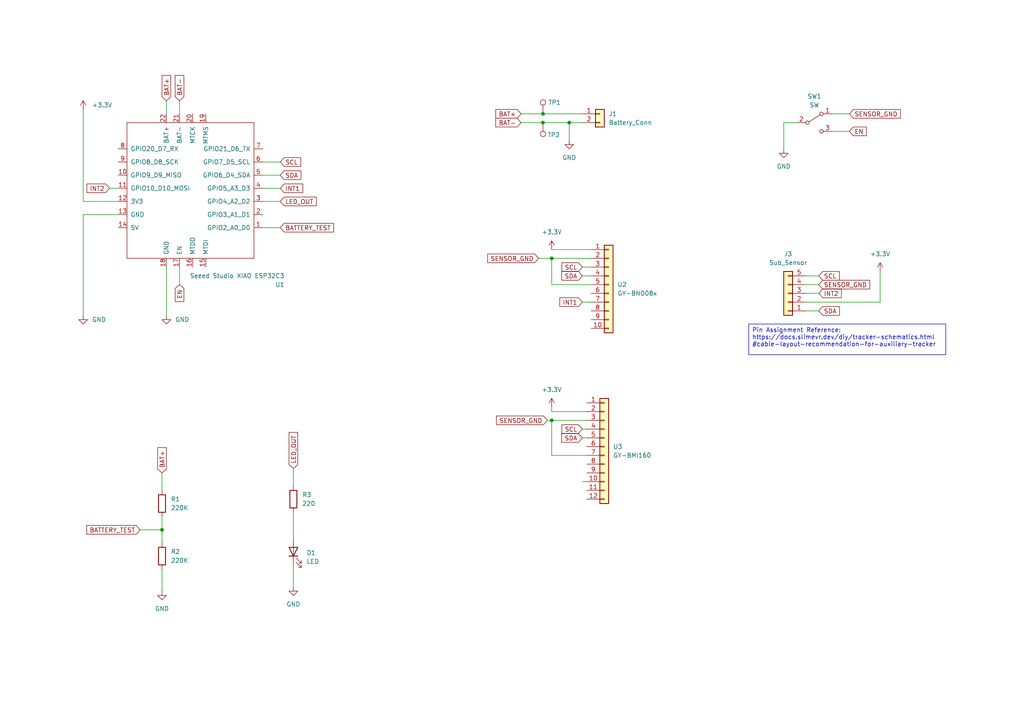
<source format=kicad_sch>
(kicad_sch
	(version 20231120)
	(generator "eeschema")
	(generator_version "8.0")
	(uuid "44429b52-7dbc-4d63-a3cb-43501f13415e")
	(paper "A4")
	(lib_symbols
		(symbol "Connector:TestPoint"
			(pin_numbers hide)
			(pin_names
				(offset 0.762) hide)
			(exclude_from_sim no)
			(in_bom yes)
			(on_board yes)
			(property "Reference" "TP"
				(at 0 6.858 0)
				(effects
					(font
						(size 1.27 1.27)
					)
				)
			)
			(property "Value" "TestPoint"
				(at 0 5.08 0)
				(effects
					(font
						(size 1.27 1.27)
					)
				)
			)
			(property "Footprint" ""
				(at 5.08 0 0)
				(effects
					(font
						(size 1.27 1.27)
					)
					(hide yes)
				)
			)
			(property "Datasheet" "~"
				(at 5.08 0 0)
				(effects
					(font
						(size 1.27 1.27)
					)
					(hide yes)
				)
			)
			(property "Description" "test point"
				(at 0 0 0)
				(effects
					(font
						(size 1.27 1.27)
					)
					(hide yes)
				)
			)
			(property "ki_keywords" "test point tp"
				(at 0 0 0)
				(effects
					(font
						(size 1.27 1.27)
					)
					(hide yes)
				)
			)
			(property "ki_fp_filters" "Pin* Test*"
				(at 0 0 0)
				(effects
					(font
						(size 1.27 1.27)
					)
					(hide yes)
				)
			)
			(symbol "TestPoint_0_1"
				(circle
					(center 0 3.302)
					(radius 0.762)
					(stroke
						(width 0)
						(type default)
					)
					(fill
						(type none)
					)
				)
			)
			(symbol "TestPoint_1_1"
				(pin passive line
					(at 0 0 90)
					(length 2.54)
					(name "1"
						(effects
							(font
								(size 1.27 1.27)
							)
						)
					)
					(number "1"
						(effects
							(font
								(size 1.27 1.27)
							)
						)
					)
				)
			)
		)
		(symbol "Connector_Generic:Conn_01x02"
			(pin_names
				(offset 1.016) hide)
			(exclude_from_sim no)
			(in_bom yes)
			(on_board yes)
			(property "Reference" "J"
				(at 0 2.54 0)
				(effects
					(font
						(size 1.27 1.27)
					)
				)
			)
			(property "Value" "Conn_01x02"
				(at 0 -5.08 0)
				(effects
					(font
						(size 1.27 1.27)
					)
				)
			)
			(property "Footprint" ""
				(at 0 0 0)
				(effects
					(font
						(size 1.27 1.27)
					)
					(hide yes)
				)
			)
			(property "Datasheet" "~"
				(at 0 0 0)
				(effects
					(font
						(size 1.27 1.27)
					)
					(hide yes)
				)
			)
			(property "Description" "Generic connector, single row, 01x02, script generated (kicad-library-utils/schlib/autogen/connector/)"
				(at 0 0 0)
				(effects
					(font
						(size 1.27 1.27)
					)
					(hide yes)
				)
			)
			(property "ki_keywords" "connector"
				(at 0 0 0)
				(effects
					(font
						(size 1.27 1.27)
					)
					(hide yes)
				)
			)
			(property "ki_fp_filters" "Connector*:*_1x??_*"
				(at 0 0 0)
				(effects
					(font
						(size 1.27 1.27)
					)
					(hide yes)
				)
			)
			(symbol "Conn_01x02_1_1"
				(rectangle
					(start -1.27 -2.413)
					(end 0 -2.667)
					(stroke
						(width 0.1524)
						(type default)
					)
					(fill
						(type none)
					)
				)
				(rectangle
					(start -1.27 0.127)
					(end 0 -0.127)
					(stroke
						(width 0.1524)
						(type default)
					)
					(fill
						(type none)
					)
				)
				(rectangle
					(start -1.27 1.27)
					(end 1.27 -3.81)
					(stroke
						(width 0.254)
						(type default)
					)
					(fill
						(type background)
					)
				)
				(pin passive line
					(at -5.08 0 0)
					(length 3.81)
					(name "Pin_1"
						(effects
							(font
								(size 1.27 1.27)
							)
						)
					)
					(number "1"
						(effects
							(font
								(size 1.27 1.27)
							)
						)
					)
				)
				(pin passive line
					(at -5.08 -2.54 0)
					(length 3.81)
					(name "Pin_2"
						(effects
							(font
								(size 1.27 1.27)
							)
						)
					)
					(number "2"
						(effects
							(font
								(size 1.27 1.27)
							)
						)
					)
				)
			)
		)
		(symbol "Connector_Generic:Conn_01x05"
			(pin_names
				(offset 1.016) hide)
			(exclude_from_sim no)
			(in_bom yes)
			(on_board yes)
			(property "Reference" "J"
				(at 0 7.62 0)
				(effects
					(font
						(size 1.27 1.27)
					)
				)
			)
			(property "Value" "Conn_01x05"
				(at 0 -7.62 0)
				(effects
					(font
						(size 1.27 1.27)
					)
				)
			)
			(property "Footprint" ""
				(at 0 0 0)
				(effects
					(font
						(size 1.27 1.27)
					)
					(hide yes)
				)
			)
			(property "Datasheet" "~"
				(at 0 0 0)
				(effects
					(font
						(size 1.27 1.27)
					)
					(hide yes)
				)
			)
			(property "Description" "Generic connector, single row, 01x05, script generated (kicad-library-utils/schlib/autogen/connector/)"
				(at 0 0 0)
				(effects
					(font
						(size 1.27 1.27)
					)
					(hide yes)
				)
			)
			(property "ki_keywords" "connector"
				(at 0 0 0)
				(effects
					(font
						(size 1.27 1.27)
					)
					(hide yes)
				)
			)
			(property "ki_fp_filters" "Connector*:*_1x??_*"
				(at 0 0 0)
				(effects
					(font
						(size 1.27 1.27)
					)
					(hide yes)
				)
			)
			(symbol "Conn_01x05_1_1"
				(rectangle
					(start -1.27 -4.953)
					(end 0 -5.207)
					(stroke
						(width 0.1524)
						(type default)
					)
					(fill
						(type none)
					)
				)
				(rectangle
					(start -1.27 -2.413)
					(end 0 -2.667)
					(stroke
						(width 0.1524)
						(type default)
					)
					(fill
						(type none)
					)
				)
				(rectangle
					(start -1.27 0.127)
					(end 0 -0.127)
					(stroke
						(width 0.1524)
						(type default)
					)
					(fill
						(type none)
					)
				)
				(rectangle
					(start -1.27 2.667)
					(end 0 2.413)
					(stroke
						(width 0.1524)
						(type default)
					)
					(fill
						(type none)
					)
				)
				(rectangle
					(start -1.27 5.207)
					(end 0 4.953)
					(stroke
						(width 0.1524)
						(type default)
					)
					(fill
						(type none)
					)
				)
				(rectangle
					(start -1.27 6.35)
					(end 1.27 -6.35)
					(stroke
						(width 0.254)
						(type default)
					)
					(fill
						(type background)
					)
				)
				(pin passive line
					(at -5.08 5.08 0)
					(length 3.81)
					(name "Pin_1"
						(effects
							(font
								(size 1.27 1.27)
							)
						)
					)
					(number "1"
						(effects
							(font
								(size 1.27 1.27)
							)
						)
					)
				)
				(pin passive line
					(at -5.08 2.54 0)
					(length 3.81)
					(name "Pin_2"
						(effects
							(font
								(size 1.27 1.27)
							)
						)
					)
					(number "2"
						(effects
							(font
								(size 1.27 1.27)
							)
						)
					)
				)
				(pin passive line
					(at -5.08 0 0)
					(length 3.81)
					(name "Pin_3"
						(effects
							(font
								(size 1.27 1.27)
							)
						)
					)
					(number "3"
						(effects
							(font
								(size 1.27 1.27)
							)
						)
					)
				)
				(pin passive line
					(at -5.08 -2.54 0)
					(length 3.81)
					(name "Pin_4"
						(effects
							(font
								(size 1.27 1.27)
							)
						)
					)
					(number "4"
						(effects
							(font
								(size 1.27 1.27)
							)
						)
					)
				)
				(pin passive line
					(at -5.08 -5.08 0)
					(length 3.81)
					(name "Pin_5"
						(effects
							(font
								(size 1.27 1.27)
							)
						)
					)
					(number "5"
						(effects
							(font
								(size 1.27 1.27)
							)
						)
					)
				)
			)
		)
		(symbol "Connector_Generic:Conn_01x10"
			(pin_names
				(offset 1.016) hide)
			(exclude_from_sim no)
			(in_bom yes)
			(on_board yes)
			(property "Reference" "J"
				(at 0 12.7 0)
				(effects
					(font
						(size 1.27 1.27)
					)
				)
			)
			(property "Value" "Conn_01x10"
				(at 0 -15.24 0)
				(effects
					(font
						(size 1.27 1.27)
					)
				)
			)
			(property "Footprint" ""
				(at 0 0 0)
				(effects
					(font
						(size 1.27 1.27)
					)
					(hide yes)
				)
			)
			(property "Datasheet" "~"
				(at 0 0 0)
				(effects
					(font
						(size 1.27 1.27)
					)
					(hide yes)
				)
			)
			(property "Description" "Generic connector, single row, 01x10, script generated (kicad-library-utils/schlib/autogen/connector/)"
				(at 0 0 0)
				(effects
					(font
						(size 1.27 1.27)
					)
					(hide yes)
				)
			)
			(property "ki_keywords" "connector"
				(at 0 0 0)
				(effects
					(font
						(size 1.27 1.27)
					)
					(hide yes)
				)
			)
			(property "ki_fp_filters" "Connector*:*_1x??_*"
				(at 0 0 0)
				(effects
					(font
						(size 1.27 1.27)
					)
					(hide yes)
				)
			)
			(symbol "Conn_01x10_1_1"
				(rectangle
					(start -1.27 -12.573)
					(end 0 -12.827)
					(stroke
						(width 0.1524)
						(type default)
					)
					(fill
						(type none)
					)
				)
				(rectangle
					(start -1.27 -10.033)
					(end 0 -10.287)
					(stroke
						(width 0.1524)
						(type default)
					)
					(fill
						(type none)
					)
				)
				(rectangle
					(start -1.27 -7.493)
					(end 0 -7.747)
					(stroke
						(width 0.1524)
						(type default)
					)
					(fill
						(type none)
					)
				)
				(rectangle
					(start -1.27 -4.953)
					(end 0 -5.207)
					(stroke
						(width 0.1524)
						(type default)
					)
					(fill
						(type none)
					)
				)
				(rectangle
					(start -1.27 -2.413)
					(end 0 -2.667)
					(stroke
						(width 0.1524)
						(type default)
					)
					(fill
						(type none)
					)
				)
				(rectangle
					(start -1.27 0.127)
					(end 0 -0.127)
					(stroke
						(width 0.1524)
						(type default)
					)
					(fill
						(type none)
					)
				)
				(rectangle
					(start -1.27 2.667)
					(end 0 2.413)
					(stroke
						(width 0.1524)
						(type default)
					)
					(fill
						(type none)
					)
				)
				(rectangle
					(start -1.27 5.207)
					(end 0 4.953)
					(stroke
						(width 0.1524)
						(type default)
					)
					(fill
						(type none)
					)
				)
				(rectangle
					(start -1.27 7.747)
					(end 0 7.493)
					(stroke
						(width 0.1524)
						(type default)
					)
					(fill
						(type none)
					)
				)
				(rectangle
					(start -1.27 10.287)
					(end 0 10.033)
					(stroke
						(width 0.1524)
						(type default)
					)
					(fill
						(type none)
					)
				)
				(rectangle
					(start -1.27 11.43)
					(end 1.27 -13.97)
					(stroke
						(width 0.254)
						(type default)
					)
					(fill
						(type background)
					)
				)
				(pin passive line
					(at -5.08 10.16 0)
					(length 3.81)
					(name "Pin_1"
						(effects
							(font
								(size 1.27 1.27)
							)
						)
					)
					(number "1"
						(effects
							(font
								(size 1.27 1.27)
							)
						)
					)
				)
				(pin passive line
					(at -5.08 -12.7 0)
					(length 3.81)
					(name "Pin_10"
						(effects
							(font
								(size 1.27 1.27)
							)
						)
					)
					(number "10"
						(effects
							(font
								(size 1.27 1.27)
							)
						)
					)
				)
				(pin passive line
					(at -5.08 7.62 0)
					(length 3.81)
					(name "Pin_2"
						(effects
							(font
								(size 1.27 1.27)
							)
						)
					)
					(number "2"
						(effects
							(font
								(size 1.27 1.27)
							)
						)
					)
				)
				(pin passive line
					(at -5.08 5.08 0)
					(length 3.81)
					(name "Pin_3"
						(effects
							(font
								(size 1.27 1.27)
							)
						)
					)
					(number "3"
						(effects
							(font
								(size 1.27 1.27)
							)
						)
					)
				)
				(pin passive line
					(at -5.08 2.54 0)
					(length 3.81)
					(name "Pin_4"
						(effects
							(font
								(size 1.27 1.27)
							)
						)
					)
					(number "4"
						(effects
							(font
								(size 1.27 1.27)
							)
						)
					)
				)
				(pin passive line
					(at -5.08 0 0)
					(length 3.81)
					(name "Pin_5"
						(effects
							(font
								(size 1.27 1.27)
							)
						)
					)
					(number "5"
						(effects
							(font
								(size 1.27 1.27)
							)
						)
					)
				)
				(pin passive line
					(at -5.08 -2.54 0)
					(length 3.81)
					(name "Pin_6"
						(effects
							(font
								(size 1.27 1.27)
							)
						)
					)
					(number "6"
						(effects
							(font
								(size 1.27 1.27)
							)
						)
					)
				)
				(pin passive line
					(at -5.08 -5.08 0)
					(length 3.81)
					(name "Pin_7"
						(effects
							(font
								(size 1.27 1.27)
							)
						)
					)
					(number "7"
						(effects
							(font
								(size 1.27 1.27)
							)
						)
					)
				)
				(pin passive line
					(at -5.08 -7.62 0)
					(length 3.81)
					(name "Pin_8"
						(effects
							(font
								(size 1.27 1.27)
							)
						)
					)
					(number "8"
						(effects
							(font
								(size 1.27 1.27)
							)
						)
					)
				)
				(pin passive line
					(at -5.08 -10.16 0)
					(length 3.81)
					(name "Pin_9"
						(effects
							(font
								(size 1.27 1.27)
							)
						)
					)
					(number "9"
						(effects
							(font
								(size 1.27 1.27)
							)
						)
					)
				)
			)
		)
		(symbol "Connector_Generic:Conn_01x12"
			(pin_names
				(offset 1.016) hide)
			(exclude_from_sim no)
			(in_bom yes)
			(on_board yes)
			(property "Reference" "J"
				(at 0 15.24 0)
				(effects
					(font
						(size 1.27 1.27)
					)
				)
			)
			(property "Value" "Conn_01x12"
				(at 0 -17.78 0)
				(effects
					(font
						(size 1.27 1.27)
					)
				)
			)
			(property "Footprint" ""
				(at 0 0 0)
				(effects
					(font
						(size 1.27 1.27)
					)
					(hide yes)
				)
			)
			(property "Datasheet" "~"
				(at 0 0 0)
				(effects
					(font
						(size 1.27 1.27)
					)
					(hide yes)
				)
			)
			(property "Description" "Generic connector, single row, 01x12, script generated (kicad-library-utils/schlib/autogen/connector/)"
				(at 0 0 0)
				(effects
					(font
						(size 1.27 1.27)
					)
					(hide yes)
				)
			)
			(property "ki_keywords" "connector"
				(at 0 0 0)
				(effects
					(font
						(size 1.27 1.27)
					)
					(hide yes)
				)
			)
			(property "ki_fp_filters" "Connector*:*_1x??_*"
				(at 0 0 0)
				(effects
					(font
						(size 1.27 1.27)
					)
					(hide yes)
				)
			)
			(symbol "Conn_01x12_1_1"
				(rectangle
					(start -1.27 -15.113)
					(end 0 -15.367)
					(stroke
						(width 0.1524)
						(type default)
					)
					(fill
						(type none)
					)
				)
				(rectangle
					(start -1.27 -12.573)
					(end 0 -12.827)
					(stroke
						(width 0.1524)
						(type default)
					)
					(fill
						(type none)
					)
				)
				(rectangle
					(start -1.27 -10.033)
					(end 0 -10.287)
					(stroke
						(width 0.1524)
						(type default)
					)
					(fill
						(type none)
					)
				)
				(rectangle
					(start -1.27 -7.493)
					(end 0 -7.747)
					(stroke
						(width 0.1524)
						(type default)
					)
					(fill
						(type none)
					)
				)
				(rectangle
					(start -1.27 -4.953)
					(end 0 -5.207)
					(stroke
						(width 0.1524)
						(type default)
					)
					(fill
						(type none)
					)
				)
				(rectangle
					(start -1.27 -2.413)
					(end 0 -2.667)
					(stroke
						(width 0.1524)
						(type default)
					)
					(fill
						(type none)
					)
				)
				(rectangle
					(start -1.27 0.127)
					(end 0 -0.127)
					(stroke
						(width 0.1524)
						(type default)
					)
					(fill
						(type none)
					)
				)
				(rectangle
					(start -1.27 2.667)
					(end 0 2.413)
					(stroke
						(width 0.1524)
						(type default)
					)
					(fill
						(type none)
					)
				)
				(rectangle
					(start -1.27 5.207)
					(end 0 4.953)
					(stroke
						(width 0.1524)
						(type default)
					)
					(fill
						(type none)
					)
				)
				(rectangle
					(start -1.27 7.747)
					(end 0 7.493)
					(stroke
						(width 0.1524)
						(type default)
					)
					(fill
						(type none)
					)
				)
				(rectangle
					(start -1.27 10.287)
					(end 0 10.033)
					(stroke
						(width 0.1524)
						(type default)
					)
					(fill
						(type none)
					)
				)
				(rectangle
					(start -1.27 12.827)
					(end 0 12.573)
					(stroke
						(width 0.1524)
						(type default)
					)
					(fill
						(type none)
					)
				)
				(rectangle
					(start -1.27 13.97)
					(end 1.27 -16.51)
					(stroke
						(width 0.254)
						(type default)
					)
					(fill
						(type background)
					)
				)
				(pin passive line
					(at -5.08 12.7 0)
					(length 3.81)
					(name "Pin_1"
						(effects
							(font
								(size 1.27 1.27)
							)
						)
					)
					(number "1"
						(effects
							(font
								(size 1.27 1.27)
							)
						)
					)
				)
				(pin passive line
					(at -5.08 -10.16 0)
					(length 3.81)
					(name "Pin_10"
						(effects
							(font
								(size 1.27 1.27)
							)
						)
					)
					(number "10"
						(effects
							(font
								(size 1.27 1.27)
							)
						)
					)
				)
				(pin passive line
					(at -5.08 -12.7 0)
					(length 3.81)
					(name "Pin_11"
						(effects
							(font
								(size 1.27 1.27)
							)
						)
					)
					(number "11"
						(effects
							(font
								(size 1.27 1.27)
							)
						)
					)
				)
				(pin passive line
					(at -5.08 -15.24 0)
					(length 3.81)
					(name "Pin_12"
						(effects
							(font
								(size 1.27 1.27)
							)
						)
					)
					(number "12"
						(effects
							(font
								(size 1.27 1.27)
							)
						)
					)
				)
				(pin passive line
					(at -5.08 10.16 0)
					(length 3.81)
					(name "Pin_2"
						(effects
							(font
								(size 1.27 1.27)
							)
						)
					)
					(number "2"
						(effects
							(font
								(size 1.27 1.27)
							)
						)
					)
				)
				(pin passive line
					(at -5.08 7.62 0)
					(length 3.81)
					(name "Pin_3"
						(effects
							(font
								(size 1.27 1.27)
							)
						)
					)
					(number "3"
						(effects
							(font
								(size 1.27 1.27)
							)
						)
					)
				)
				(pin passive line
					(at -5.08 5.08 0)
					(length 3.81)
					(name "Pin_4"
						(effects
							(font
								(size 1.27 1.27)
							)
						)
					)
					(number "4"
						(effects
							(font
								(size 1.27 1.27)
							)
						)
					)
				)
				(pin passive line
					(at -5.08 2.54 0)
					(length 3.81)
					(name "Pin_5"
						(effects
							(font
								(size 1.27 1.27)
							)
						)
					)
					(number "5"
						(effects
							(font
								(size 1.27 1.27)
							)
						)
					)
				)
				(pin passive line
					(at -5.08 0 0)
					(length 3.81)
					(name "Pin_6"
						(effects
							(font
								(size 1.27 1.27)
							)
						)
					)
					(number "6"
						(effects
							(font
								(size 1.27 1.27)
							)
						)
					)
				)
				(pin passive line
					(at -5.08 -2.54 0)
					(length 3.81)
					(name "Pin_7"
						(effects
							(font
								(size 1.27 1.27)
							)
						)
					)
					(number "7"
						(effects
							(font
								(size 1.27 1.27)
							)
						)
					)
				)
				(pin passive line
					(at -5.08 -5.08 0)
					(length 3.81)
					(name "Pin_8"
						(effects
							(font
								(size 1.27 1.27)
							)
						)
					)
					(number "8"
						(effects
							(font
								(size 1.27 1.27)
							)
						)
					)
				)
				(pin passive line
					(at -5.08 -7.62 0)
					(length 3.81)
					(name "Pin_9"
						(effects
							(font
								(size 1.27 1.27)
							)
						)
					)
					(number "9"
						(effects
							(font
								(size 1.27 1.27)
							)
						)
					)
				)
			)
		)
		(symbol "Device:LED"
			(pin_numbers hide)
			(pin_names
				(offset 1.016) hide)
			(exclude_from_sim no)
			(in_bom yes)
			(on_board yes)
			(property "Reference" "D"
				(at 0 2.54 0)
				(effects
					(font
						(size 1.27 1.27)
					)
				)
			)
			(property "Value" "LED"
				(at 0 -2.54 0)
				(effects
					(font
						(size 1.27 1.27)
					)
				)
			)
			(property "Footprint" ""
				(at 0 0 0)
				(effects
					(font
						(size 1.27 1.27)
					)
					(hide yes)
				)
			)
			(property "Datasheet" "~"
				(at 0 0 0)
				(effects
					(font
						(size 1.27 1.27)
					)
					(hide yes)
				)
			)
			(property "Description" "Light emitting diode"
				(at 0 0 0)
				(effects
					(font
						(size 1.27 1.27)
					)
					(hide yes)
				)
			)
			(property "ki_keywords" "LED diode"
				(at 0 0 0)
				(effects
					(font
						(size 1.27 1.27)
					)
					(hide yes)
				)
			)
			(property "ki_fp_filters" "LED* LED_SMD:* LED_THT:*"
				(at 0 0 0)
				(effects
					(font
						(size 1.27 1.27)
					)
					(hide yes)
				)
			)
			(symbol "LED_0_1"
				(polyline
					(pts
						(xy -1.27 -1.27) (xy -1.27 1.27)
					)
					(stroke
						(width 0.254)
						(type default)
					)
					(fill
						(type none)
					)
				)
				(polyline
					(pts
						(xy -1.27 0) (xy 1.27 0)
					)
					(stroke
						(width 0)
						(type default)
					)
					(fill
						(type none)
					)
				)
				(polyline
					(pts
						(xy 1.27 -1.27) (xy 1.27 1.27) (xy -1.27 0) (xy 1.27 -1.27)
					)
					(stroke
						(width 0.254)
						(type default)
					)
					(fill
						(type none)
					)
				)
				(polyline
					(pts
						(xy -3.048 -0.762) (xy -4.572 -2.286) (xy -3.81 -2.286) (xy -4.572 -2.286) (xy -4.572 -1.524)
					)
					(stroke
						(width 0)
						(type default)
					)
					(fill
						(type none)
					)
				)
				(polyline
					(pts
						(xy -1.778 -0.762) (xy -3.302 -2.286) (xy -2.54 -2.286) (xy -3.302 -2.286) (xy -3.302 -1.524)
					)
					(stroke
						(width 0)
						(type default)
					)
					(fill
						(type none)
					)
				)
			)
			(symbol "LED_1_1"
				(pin passive line
					(at -3.81 0 0)
					(length 2.54)
					(name "K"
						(effects
							(font
								(size 1.27 1.27)
							)
						)
					)
					(number "1"
						(effects
							(font
								(size 1.27 1.27)
							)
						)
					)
				)
				(pin passive line
					(at 3.81 0 180)
					(length 2.54)
					(name "A"
						(effects
							(font
								(size 1.27 1.27)
							)
						)
					)
					(number "2"
						(effects
							(font
								(size 1.27 1.27)
							)
						)
					)
				)
			)
		)
		(symbol "Device:R"
			(pin_numbers hide)
			(pin_names
				(offset 0)
			)
			(exclude_from_sim no)
			(in_bom yes)
			(on_board yes)
			(property "Reference" "R"
				(at 2.032 0 90)
				(effects
					(font
						(size 1.27 1.27)
					)
				)
			)
			(property "Value" "R"
				(at 0 0 90)
				(effects
					(font
						(size 1.27 1.27)
					)
				)
			)
			(property "Footprint" ""
				(at -1.778 0 90)
				(effects
					(font
						(size 1.27 1.27)
					)
					(hide yes)
				)
			)
			(property "Datasheet" "~"
				(at 0 0 0)
				(effects
					(font
						(size 1.27 1.27)
					)
					(hide yes)
				)
			)
			(property "Description" "Resistor"
				(at 0 0 0)
				(effects
					(font
						(size 1.27 1.27)
					)
					(hide yes)
				)
			)
			(property "ki_keywords" "R res resistor"
				(at 0 0 0)
				(effects
					(font
						(size 1.27 1.27)
					)
					(hide yes)
				)
			)
			(property "ki_fp_filters" "R_*"
				(at 0 0 0)
				(effects
					(font
						(size 1.27 1.27)
					)
					(hide yes)
				)
			)
			(symbol "R_0_1"
				(rectangle
					(start -1.016 -2.54)
					(end 1.016 2.54)
					(stroke
						(width 0.254)
						(type default)
					)
					(fill
						(type none)
					)
				)
			)
			(symbol "R_1_1"
				(pin passive line
					(at 0 3.81 270)
					(length 1.27)
					(name "~"
						(effects
							(font
								(size 1.27 1.27)
							)
						)
					)
					(number "1"
						(effects
							(font
								(size 1.27 1.27)
							)
						)
					)
				)
				(pin passive line
					(at 0 -3.81 90)
					(length 1.27)
					(name "~"
						(effects
							(font
								(size 1.27 1.27)
							)
						)
					)
					(number "2"
						(effects
							(font
								(size 1.27 1.27)
							)
						)
					)
				)
			)
		)
		(symbol "Seeed_Studio_XIAO_Series:Seeed Studio XIAO ESP32C3"
			(pin_names
				(offset 1.016)
			)
			(exclude_from_sim no)
			(in_bom yes)
			(on_board yes)
			(property "Reference" "U1"
				(at -27.94 27.94 0)
				(effects
					(font
						(size 1.27 1.27)
					)
					(justify left)
				)
			)
			(property "Value" "Seeed Studio XIAO ESP32C3"
				(at -27.94 25.4 0)
				(effects
					(font
						(size 1.27 1.27)
					)
					(justify left)
				)
			)
			(property "Footprint" "Seeed Studio XIAO Series Library:XIAO-ESP32C3-14P-2.54-21X17.8MM"
				(at 2.54 7.62 0)
				(effects
					(font
						(size 1.27 1.27)
					)
					(hide yes)
				)
			)
			(property "Datasheet" ""
				(at -8.89 5.08 0)
				(effects
					(font
						(size 1.27 1.27)
					)
					(hide yes)
				)
			)
			(property "Description" ""
				(at 0 0 0)
				(effects
					(font
						(size 1.27 1.27)
					)
					(hide yes)
				)
			)
			(symbol "Seeed Studio XIAO ESP32C3_0_1"
				(rectangle
					(start -19.05 20.32)
					(end 17.78 -19.05)
					(stroke
						(width 0)
						(type default)
					)
					(fill
						(type none)
					)
				)
			)
			(symbol "Seeed Studio XIAO ESP32C3_1_1"
				(pin bidirectional line
					(at -21.59 11.43 0)
					(length 2.54)
					(name "GPIO2_A0_D0"
						(effects
							(font
								(size 1.27 1.27)
							)
						)
					)
					(number "1"
						(effects
							(font
								(size 1.27 1.27)
							)
						)
					)
				)
				(pin bidirectional line
					(at 20.32 -3.81 180)
					(length 2.54)
					(name "GPIO9_D9_MISO"
						(effects
							(font
								(size 1.27 1.27)
							)
						)
					)
					(number "10"
						(effects
							(font
								(size 1.27 1.27)
							)
						)
					)
				)
				(pin bidirectional line
					(at 20.32 0 180)
					(length 2.54)
					(name "GPIO10_D10_MOSI"
						(effects
							(font
								(size 1.27 1.27)
							)
						)
					)
					(number "11"
						(effects
							(font
								(size 1.27 1.27)
							)
						)
					)
				)
				(pin power_in line
					(at 20.32 3.81 180)
					(length 2.54)
					(name "3V3"
						(effects
							(font
								(size 1.27 1.27)
							)
						)
					)
					(number "12"
						(effects
							(font
								(size 1.27 1.27)
							)
						)
					)
				)
				(pin power_in line
					(at 20.32 7.62 180)
					(length 2.54)
					(name "GND"
						(effects
							(font
								(size 1.27 1.27)
							)
						)
					)
					(number "13"
						(effects
							(font
								(size 1.27 1.27)
							)
						)
					)
				)
				(pin power_in line
					(at 20.32 11.43 180)
					(length 2.54)
					(name "5V"
						(effects
							(font
								(size 1.27 1.27)
							)
						)
					)
					(number "14"
						(effects
							(font
								(size 1.27 1.27)
							)
						)
					)
				)
				(pin bidirectional line
					(at -5.08 22.86 270)
					(length 2.54)
					(name "MTDI"
						(effects
							(font
								(size 1.27 1.27)
							)
						)
					)
					(number "15"
						(effects
							(font
								(size 1.27 1.27)
							)
						)
					)
				)
				(pin bidirectional line
					(at -1.27 22.86 270)
					(length 2.54)
					(name "MTDO"
						(effects
							(font
								(size 1.27 1.27)
							)
						)
					)
					(number "16"
						(effects
							(font
								(size 1.27 1.27)
							)
						)
					)
				)
				(pin input line
					(at 2.54 22.86 270)
					(length 2.54)
					(name "EN"
						(effects
							(font
								(size 1.27 1.27)
							)
						)
					)
					(number "17"
						(effects
							(font
								(size 1.27 1.27)
							)
						)
					)
				)
				(pin power_in line
					(at 6.35 22.86 270)
					(length 2.54)
					(name "GND"
						(effects
							(font
								(size 1.27 1.27)
							)
						)
					)
					(number "18"
						(effects
							(font
								(size 1.27 1.27)
							)
						)
					)
				)
				(pin bidirectional line
					(at -5.08 -21.59 90)
					(length 2.54)
					(name "MTMS"
						(effects
							(font
								(size 1.27 1.27)
							)
						)
					)
					(number "19"
						(effects
							(font
								(size 1.27 1.27)
							)
						)
					)
				)
				(pin bidirectional line
					(at -21.59 7.62 0)
					(length 2.54)
					(name "GPIO3_A1_D1"
						(effects
							(font
								(size 1.27 1.27)
							)
						)
					)
					(number "2"
						(effects
							(font
								(size 1.27 1.27)
							)
						)
					)
				)
				(pin bidirectional line
					(at -1.27 -21.59 90)
					(length 2.54)
					(name "MTCK"
						(effects
							(font
								(size 1.27 1.27)
							)
						)
					)
					(number "20"
						(effects
							(font
								(size 1.27 1.27)
							)
						)
					)
				)
				(pin power_in line
					(at 2.54 -21.59 90)
					(length 2.54)
					(name "BAT-"
						(effects
							(font
								(size 1.27 1.27)
							)
						)
					)
					(number "21"
						(effects
							(font
								(size 1.27 1.27)
							)
						)
					)
				)
				(pin power_in line
					(at 6.35 -21.59 90)
					(length 2.54)
					(name "BAT+"
						(effects
							(font
								(size 1.27 1.27)
							)
						)
					)
					(number "22"
						(effects
							(font
								(size 1.27 1.27)
							)
						)
					)
				)
				(pin bidirectional line
					(at -21.59 3.81 0)
					(length 2.54)
					(name "GPIO4_A2_D2"
						(effects
							(font
								(size 1.27 1.27)
							)
						)
					)
					(number "3"
						(effects
							(font
								(size 1.27 1.27)
							)
						)
					)
				)
				(pin bidirectional line
					(at -21.59 0 0)
					(length 2.54)
					(name "GPIO5_A3_D3"
						(effects
							(font
								(size 1.27 1.27)
							)
						)
					)
					(number "4"
						(effects
							(font
								(size 1.27 1.27)
							)
						)
					)
				)
				(pin bidirectional line
					(at -21.59 -3.81 0)
					(length 2.54)
					(name "GPIO6_D4_SDA"
						(effects
							(font
								(size 1.27 1.27)
							)
						)
					)
					(number "5"
						(effects
							(font
								(size 1.27 1.27)
							)
						)
					)
				)
				(pin bidirectional line
					(at -21.59 -7.62 0)
					(length 2.54)
					(name "GPIO7_D5_SCL"
						(effects
							(font
								(size 1.27 1.27)
							)
						)
					)
					(number "6"
						(effects
							(font
								(size 1.27 1.27)
							)
						)
					)
				)
				(pin bidirectional line
					(at -21.59 -11.43 0)
					(length 2.54)
					(name "GPIO21_D6_TX"
						(effects
							(font
								(size 1.27 1.27)
							)
						)
					)
					(number "7"
						(effects
							(font
								(size 1.27 1.27)
							)
						)
					)
				)
				(pin bidirectional line
					(at 20.32 -11.43 180)
					(length 2.54)
					(name "GPIO20_D7_RX"
						(effects
							(font
								(size 1.27 1.27)
							)
						)
					)
					(number "8"
						(effects
							(font
								(size 1.27 1.27)
							)
						)
					)
				)
				(pin bidirectional line
					(at 20.32 -7.62 180)
					(length 2.54)
					(name "GPIO8_D8_SCK"
						(effects
							(font
								(size 1.27 1.27)
							)
						)
					)
					(number "9"
						(effects
							(font
								(size 1.27 1.27)
							)
						)
					)
				)
			)
		)
		(symbol "Switch:SW_SPDT"
			(pin_names
				(offset 0) hide)
			(exclude_from_sim no)
			(in_bom yes)
			(on_board yes)
			(property "Reference" "SW"
				(at 0 4.318 0)
				(effects
					(font
						(size 1.27 1.27)
					)
				)
			)
			(property "Value" "SW_SPDT"
				(at 0 -5.08 0)
				(effects
					(font
						(size 1.27 1.27)
					)
				)
			)
			(property "Footprint" ""
				(at 0 0 0)
				(effects
					(font
						(size 1.27 1.27)
					)
					(hide yes)
				)
			)
			(property "Datasheet" "~"
				(at 0 0 0)
				(effects
					(font
						(size 1.27 1.27)
					)
					(hide yes)
				)
			)
			(property "Description" "Switch, single pole double throw"
				(at 0 0 0)
				(effects
					(font
						(size 1.27 1.27)
					)
					(hide yes)
				)
			)
			(property "ki_keywords" "switch single-pole double-throw spdt ON-ON"
				(at 0 0 0)
				(effects
					(font
						(size 1.27 1.27)
					)
					(hide yes)
				)
			)
			(symbol "SW_SPDT_0_0"
				(circle
					(center -2.032 0)
					(radius 0.508)
					(stroke
						(width 0)
						(type default)
					)
					(fill
						(type none)
					)
				)
				(circle
					(center 2.032 -2.54)
					(radius 0.508)
					(stroke
						(width 0)
						(type default)
					)
					(fill
						(type none)
					)
				)
			)
			(symbol "SW_SPDT_0_1"
				(polyline
					(pts
						(xy -1.524 0.254) (xy 1.651 2.286)
					)
					(stroke
						(width 0)
						(type default)
					)
					(fill
						(type none)
					)
				)
				(circle
					(center 2.032 2.54)
					(radius 0.508)
					(stroke
						(width 0)
						(type default)
					)
					(fill
						(type none)
					)
				)
			)
			(symbol "SW_SPDT_1_1"
				(pin passive line
					(at 5.08 2.54 180)
					(length 2.54)
					(name "A"
						(effects
							(font
								(size 1.27 1.27)
							)
						)
					)
					(number "1"
						(effects
							(font
								(size 1.27 1.27)
							)
						)
					)
				)
				(pin passive line
					(at -5.08 0 0)
					(length 2.54)
					(name "B"
						(effects
							(font
								(size 1.27 1.27)
							)
						)
					)
					(number "2"
						(effects
							(font
								(size 1.27 1.27)
							)
						)
					)
				)
				(pin passive line
					(at 5.08 -2.54 180)
					(length 2.54)
					(name "C"
						(effects
							(font
								(size 1.27 1.27)
							)
						)
					)
					(number "3"
						(effects
							(font
								(size 1.27 1.27)
							)
						)
					)
				)
			)
		)
		(symbol "power:+3.3V"
			(power)
			(pin_names
				(offset 0)
			)
			(exclude_from_sim no)
			(in_bom yes)
			(on_board yes)
			(property "Reference" "#PWR"
				(at 0 -3.81 0)
				(effects
					(font
						(size 1.27 1.27)
					)
					(hide yes)
				)
			)
			(property "Value" "+3.3V"
				(at 0 3.556 0)
				(effects
					(font
						(size 1.27 1.27)
					)
				)
			)
			(property "Footprint" ""
				(at 0 0 0)
				(effects
					(font
						(size 1.27 1.27)
					)
					(hide yes)
				)
			)
			(property "Datasheet" ""
				(at 0 0 0)
				(effects
					(font
						(size 1.27 1.27)
					)
					(hide yes)
				)
			)
			(property "Description" "Power symbol creates a global label with name \"+3.3V\""
				(at 0 0 0)
				(effects
					(font
						(size 1.27 1.27)
					)
					(hide yes)
				)
			)
			(property "ki_keywords" "global power"
				(at 0 0 0)
				(effects
					(font
						(size 1.27 1.27)
					)
					(hide yes)
				)
			)
			(symbol "+3.3V_0_1"
				(polyline
					(pts
						(xy -0.762 1.27) (xy 0 2.54)
					)
					(stroke
						(width 0)
						(type default)
					)
					(fill
						(type none)
					)
				)
				(polyline
					(pts
						(xy 0 0) (xy 0 2.54)
					)
					(stroke
						(width 0)
						(type default)
					)
					(fill
						(type none)
					)
				)
				(polyline
					(pts
						(xy 0 2.54) (xy 0.762 1.27)
					)
					(stroke
						(width 0)
						(type default)
					)
					(fill
						(type none)
					)
				)
			)
			(symbol "+3.3V_1_1"
				(pin power_in line
					(at 0 0 90)
					(length 0) hide
					(name "+3.3V"
						(effects
							(font
								(size 1.27 1.27)
							)
						)
					)
					(number "1"
						(effects
							(font
								(size 1.27 1.27)
							)
						)
					)
				)
			)
		)
		(symbol "power:GND"
			(power)
			(pin_names
				(offset 0)
			)
			(exclude_from_sim no)
			(in_bom yes)
			(on_board yes)
			(property "Reference" "#PWR"
				(at 0 -6.35 0)
				(effects
					(font
						(size 1.27 1.27)
					)
					(hide yes)
				)
			)
			(property "Value" "GND"
				(at 0 -3.81 0)
				(effects
					(font
						(size 1.27 1.27)
					)
				)
			)
			(property "Footprint" ""
				(at 0 0 0)
				(effects
					(font
						(size 1.27 1.27)
					)
					(hide yes)
				)
			)
			(property "Datasheet" ""
				(at 0 0 0)
				(effects
					(font
						(size 1.27 1.27)
					)
					(hide yes)
				)
			)
			(property "Description" "Power symbol creates a global label with name \"GND\" , ground"
				(at 0 0 0)
				(effects
					(font
						(size 1.27 1.27)
					)
					(hide yes)
				)
			)
			(property "ki_keywords" "global power"
				(at 0 0 0)
				(effects
					(font
						(size 1.27 1.27)
					)
					(hide yes)
				)
			)
			(symbol "GND_0_1"
				(polyline
					(pts
						(xy 0 0) (xy 0 -1.27) (xy 1.27 -1.27) (xy 0 -2.54) (xy -1.27 -1.27) (xy 0 -1.27)
					)
					(stroke
						(width 0)
						(type default)
					)
					(fill
						(type none)
					)
				)
			)
			(symbol "GND_1_1"
				(pin power_in line
					(at 0 0 270)
					(length 0) hide
					(name "GND"
						(effects
							(font
								(size 1.27 1.27)
							)
						)
					)
					(number "1"
						(effects
							(font
								(size 1.27 1.27)
							)
						)
					)
				)
			)
		)
	)
	(junction
		(at 157.48 33.02)
		(diameter 0)
		(color 0 0 0 0)
		(uuid "9a15b271-47cc-4579-acfa-89d76968430a")
	)
	(junction
		(at 157.48 35.56)
		(diameter 0)
		(color 0 0 0 0)
		(uuid "a0621317-89e6-4cce-bda2-b38ceec517c2")
	)
	(junction
		(at 46.99 153.67)
		(diameter 0)
		(color 0 0 0 0)
		(uuid "c0377bf6-bbb9-4601-a6e0-7c235519e291")
	)
	(junction
		(at 165.1 35.56)
		(diameter 0)
		(color 0 0 0 0)
		(uuid "c6e42e41-7ffe-408d-afc7-9d6158207b2c")
	)
	(junction
		(at 160.02 121.92)
		(diameter 0)
		(color 0 0 0 0)
		(uuid "e2f00941-11ce-4dae-88d2-64b9eea5fb79")
	)
	(junction
		(at 160.02 74.93)
		(diameter 0)
		(color 0 0 0 0)
		(uuid "f9eb22a6-4a6b-4fca-9bec-6b097687cc3d")
	)
	(wire
		(pts
			(xy 241.3 38.1) (xy 246.38 38.1)
		)
		(stroke
			(width 0)
			(type default)
		)
		(uuid "0a1fb1cd-f00b-4a7e-830a-fdc454ecf6ba")
	)
	(wire
		(pts
			(xy 46.99 153.67) (xy 46.99 157.48)
		)
		(stroke
			(width 0)
			(type default)
		)
		(uuid "0c619aca-7b8c-4d79-910d-ad110d0d4273")
	)
	(wire
		(pts
			(xy 76.2 58.42) (xy 81.28 58.42)
		)
		(stroke
			(width 0)
			(type default)
		)
		(uuid "137d5b8c-0f0b-4017-b288-9b9ec5a72c4c")
	)
	(wire
		(pts
			(xy 168.91 87.63) (xy 171.45 87.63)
		)
		(stroke
			(width 0)
			(type default)
		)
		(uuid "18583b8c-fc79-4585-8f06-5b73f29c81f9")
	)
	(wire
		(pts
			(xy 24.13 31.75) (xy 24.13 58.42)
		)
		(stroke
			(width 0)
			(type default)
		)
		(uuid "19dfa32e-fd2f-45b6-9001-833ae468b4f0")
	)
	(wire
		(pts
			(xy 160.02 74.93) (xy 160.02 82.55)
		)
		(stroke
			(width 0)
			(type default)
		)
		(uuid "24b0c1c6-67c0-4f45-88ea-f984bea1da73")
	)
	(wire
		(pts
			(xy 40.64 153.67) (xy 46.99 153.67)
		)
		(stroke
			(width 0)
			(type default)
		)
		(uuid "264bcc0b-8a12-427b-a966-94178758de1e")
	)
	(wire
		(pts
			(xy 46.99 165.1) (xy 46.99 171.45)
		)
		(stroke
			(width 0)
			(type default)
		)
		(uuid "26b2ec4f-d9fe-45f8-9184-d930482caa06")
	)
	(wire
		(pts
			(xy 160.02 82.55) (xy 171.45 82.55)
		)
		(stroke
			(width 0)
			(type default)
		)
		(uuid "2e4b3f34-0bc1-4db5-9d0a-ce1d71a8ea51")
	)
	(wire
		(pts
			(xy 227.33 35.56) (xy 231.14 35.56)
		)
		(stroke
			(width 0)
			(type default)
		)
		(uuid "32dce9f1-8d0d-47af-bbab-8bc431e66247")
	)
	(wire
		(pts
			(xy 160.02 132.08) (xy 160.02 121.92)
		)
		(stroke
			(width 0)
			(type default)
		)
		(uuid "34323e3c-7594-435d-b8af-d4605ac88086")
	)
	(wire
		(pts
			(xy 81.28 50.8) (xy 76.2 50.8)
		)
		(stroke
			(width 0)
			(type default)
		)
		(uuid "3fad291c-f59d-44b9-8716-1de459409622")
	)
	(wire
		(pts
			(xy 52.07 77.47) (xy 52.07 82.55)
		)
		(stroke
			(width 0)
			(type default)
		)
		(uuid "3fdf1790-0df9-4877-b581-14952242f3cc")
	)
	(wire
		(pts
			(xy 168.91 77.47) (xy 171.45 77.47)
		)
		(stroke
			(width 0)
			(type default)
		)
		(uuid "470eb526-6637-4390-85f8-0266a01e5b46")
	)
	(wire
		(pts
			(xy 168.91 124.46) (xy 170.18 124.46)
		)
		(stroke
			(width 0)
			(type default)
		)
		(uuid "47dc2c17-5b87-4b61-b173-e48cedca0d89")
	)
	(wire
		(pts
			(xy 233.68 85.09) (xy 237.49 85.09)
		)
		(stroke
			(width 0)
			(type default)
		)
		(uuid "4825f2c1-9b58-471d-bb35-d15fdb8a936e")
	)
	(wire
		(pts
			(xy 168.91 139.7) (xy 170.18 139.7)
		)
		(stroke
			(width 0)
			(type default)
		)
		(uuid "4bc4fea5-1086-408e-b270-300f0647d53d")
	)
	(wire
		(pts
			(xy 168.91 35.56) (xy 165.1 35.56)
		)
		(stroke
			(width 0)
			(type default)
		)
		(uuid "4d152830-bf9b-4b04-b0cf-81dd9eb8d94f")
	)
	(wire
		(pts
			(xy 81.28 54.61) (xy 76.2 54.61)
		)
		(stroke
			(width 0)
			(type default)
		)
		(uuid "58bb8794-3580-4193-9cd4-202df6402aa2")
	)
	(wire
		(pts
			(xy 85.09 163.83) (xy 85.09 170.18)
		)
		(stroke
			(width 0)
			(type default)
		)
		(uuid "5969cdf6-812d-40fa-b33b-e4d5504ddf5f")
	)
	(wire
		(pts
			(xy 233.68 82.55) (xy 237.49 82.55)
		)
		(stroke
			(width 0)
			(type default)
		)
		(uuid "61b4870b-1891-4e57-98b6-7edef4af6e00")
	)
	(wire
		(pts
			(xy 170.18 119.38) (xy 160.02 119.38)
		)
		(stroke
			(width 0)
			(type default)
		)
		(uuid "67b5a5dc-df5e-4e88-9c92-839e9a0bcf1e")
	)
	(wire
		(pts
			(xy 46.99 149.86) (xy 46.99 153.67)
		)
		(stroke
			(width 0)
			(type default)
		)
		(uuid "6fd3986e-ddeb-431a-ac99-8db2d7a76a1e")
	)
	(wire
		(pts
			(xy 170.18 132.08) (xy 160.02 132.08)
		)
		(stroke
			(width 0)
			(type default)
		)
		(uuid "7c5b2957-1a7f-4092-a543-ff51d130e03d")
	)
	(wire
		(pts
			(xy 151.13 35.56) (xy 157.48 35.56)
		)
		(stroke
			(width 0)
			(type default)
		)
		(uuid "8f9c0176-17ea-44cc-9f91-56362114bb4d")
	)
	(wire
		(pts
			(xy 81.28 46.99) (xy 76.2 46.99)
		)
		(stroke
			(width 0)
			(type default)
		)
		(uuid "97466220-f83b-4fcb-bee8-991ad06bf852")
	)
	(wire
		(pts
			(xy 52.07 33.02) (xy 52.07 29.21)
		)
		(stroke
			(width 0)
			(type default)
		)
		(uuid "97ff94a1-7dd9-4ea2-be84-1bcda250b7e2")
	)
	(wire
		(pts
			(xy 160.02 121.92) (xy 170.18 121.92)
		)
		(stroke
			(width 0)
			(type default)
		)
		(uuid "99f3fbb5-ee50-48d6-8583-7e394fed2992")
	)
	(wire
		(pts
			(xy 46.99 137.16) (xy 46.99 142.24)
		)
		(stroke
			(width 0)
			(type default)
		)
		(uuid "9c8c3c85-f60a-4da0-9a16-f650e1d32ada")
	)
	(wire
		(pts
			(xy 85.09 148.59) (xy 85.09 156.21)
		)
		(stroke
			(width 0)
			(type default)
		)
		(uuid "9d0c6ba9-81ad-4da8-aedd-3c264a6bff7f")
	)
	(wire
		(pts
			(xy 48.26 33.02) (xy 48.26 29.21)
		)
		(stroke
			(width 0)
			(type default)
		)
		(uuid "9d0e0725-ef77-46a1-a3d4-a6fb05045128")
	)
	(wire
		(pts
			(xy 24.13 62.23) (xy 24.13 91.44)
		)
		(stroke
			(width 0)
			(type default)
		)
		(uuid "9df65974-5061-4473-9d74-a58435675af3")
	)
	(wire
		(pts
			(xy 34.29 62.23) (xy 24.13 62.23)
		)
		(stroke
			(width 0)
			(type default)
		)
		(uuid "9f69ed5e-2f23-4d94-b154-5421760ab1c6")
	)
	(wire
		(pts
			(xy 255.27 87.63) (xy 255.27 78.74)
		)
		(stroke
			(width 0)
			(type default)
		)
		(uuid "aa8ec955-50b2-43c6-bee2-3b616e66876d")
	)
	(wire
		(pts
			(xy 233.68 90.17) (xy 237.49 90.17)
		)
		(stroke
			(width 0)
			(type default)
		)
		(uuid "ac0ffe8c-e87d-4fa0-93b4-ab8e88d1f299")
	)
	(wire
		(pts
			(xy 85.09 135.89) (xy 85.09 140.97)
		)
		(stroke
			(width 0)
			(type default)
		)
		(uuid "ac66062f-da13-47c5-bbe7-955634119943")
	)
	(wire
		(pts
			(xy 168.91 80.01) (xy 171.45 80.01)
		)
		(stroke
			(width 0)
			(type default)
		)
		(uuid "ae09b2e6-7df0-443c-ba91-b1f84effe8c7")
	)
	(wire
		(pts
			(xy 160.02 72.39) (xy 171.45 72.39)
		)
		(stroke
			(width 0)
			(type default)
		)
		(uuid "b14acdde-2b39-4fd1-80a3-94184efd009b")
	)
	(wire
		(pts
			(xy 168.91 127) (xy 170.18 127)
		)
		(stroke
			(width 0)
			(type default)
		)
		(uuid "b6362d5a-1a0b-4ec8-be1c-456148182bac")
	)
	(wire
		(pts
			(xy 76.2 66.04) (xy 81.28 66.04)
		)
		(stroke
			(width 0)
			(type default)
		)
		(uuid "b7d01c2c-1860-4ddf-9afd-3349ec89a88a")
	)
	(wire
		(pts
			(xy 233.68 80.01) (xy 237.49 80.01)
		)
		(stroke
			(width 0)
			(type default)
		)
		(uuid "b9384f6f-79ab-4210-92de-bf468ade5124")
	)
	(wire
		(pts
			(xy 160.02 119.38) (xy 160.02 118.11)
		)
		(stroke
			(width 0)
			(type default)
		)
		(uuid "bcf29c81-d4c8-476e-875a-15554d8e716e")
	)
	(wire
		(pts
			(xy 160.02 74.93) (xy 171.45 74.93)
		)
		(stroke
			(width 0)
			(type default)
		)
		(uuid "c16eedca-2675-44ad-a9f9-21eed22a468f")
	)
	(wire
		(pts
			(xy 24.13 58.42) (xy 34.29 58.42)
		)
		(stroke
			(width 0)
			(type default)
		)
		(uuid "c1d8ab44-eae7-44ff-b1df-c23806309727")
	)
	(wire
		(pts
			(xy 31.75 54.61) (xy 34.29 54.61)
		)
		(stroke
			(width 0)
			(type default)
		)
		(uuid "c7328f90-d2dc-4084-a2c8-ae38c8686c58")
	)
	(wire
		(pts
			(xy 156.21 74.93) (xy 160.02 74.93)
		)
		(stroke
			(width 0)
			(type default)
		)
		(uuid "cb2ebe70-f4da-4b89-9252-806b26f715f6")
	)
	(wire
		(pts
			(xy 165.1 35.56) (xy 165.1 40.64)
		)
		(stroke
			(width 0)
			(type default)
		)
		(uuid "cc6a64f9-2d76-46e2-84b9-09e1361c048f")
	)
	(wire
		(pts
			(xy 157.48 35.56) (xy 165.1 35.56)
		)
		(stroke
			(width 0)
			(type default)
		)
		(uuid "e07358a1-8072-4369-99ff-37263f3472d9")
	)
	(wire
		(pts
			(xy 151.13 33.02) (xy 157.48 33.02)
		)
		(stroke
			(width 0)
			(type default)
		)
		(uuid "e17318ce-0b20-463d-8d30-16c105dde6f0")
	)
	(wire
		(pts
			(xy 157.48 33.02) (xy 168.91 33.02)
		)
		(stroke
			(width 0)
			(type default)
		)
		(uuid "e1d46d67-f13e-44f2-862d-500dd4ccb2e9")
	)
	(wire
		(pts
			(xy 158.75 121.92) (xy 160.02 121.92)
		)
		(stroke
			(width 0)
			(type default)
		)
		(uuid "e33b3e80-f9b8-4a94-ad27-9c9404c0fc27")
	)
	(wire
		(pts
			(xy 227.33 43.18) (xy 227.33 35.56)
		)
		(stroke
			(width 0)
			(type default)
		)
		(uuid "e412c614-a302-414e-96a3-6acf2902a2ed")
	)
	(wire
		(pts
			(xy 48.26 77.47) (xy 48.26 91.44)
		)
		(stroke
			(width 0)
			(type default)
		)
		(uuid "f280eb1a-e71b-415a-bb10-fec007fe555e")
	)
	(wire
		(pts
			(xy 241.3 33.02) (xy 246.38 33.02)
		)
		(stroke
			(width 0)
			(type default)
		)
		(uuid "f5e81ad2-164c-4be9-b387-c22691f2597c")
	)
	(wire
		(pts
			(xy 233.68 87.63) (xy 255.27 87.63)
		)
		(stroke
			(width 0)
			(type default)
		)
		(uuid "fdfbf14c-59fb-4126-b672-d761b4a1ce36")
	)
	(text_box "Pin Assignment Reference:\nhttps://docs.slimevr.dev/diy/tracker-schematics.html\n#cable-layout-recommendation-for-auxiliary-tracker"
		(exclude_from_sim no)
		(at 217.17 93.98 0)
		(size 57.15 8.89)
		(stroke
			(width 0)
			(type default)
		)
		(fill
			(type none)
		)
		(effects
			(font
				(size 1.27 1.27)
			)
			(justify left top)
		)
		(uuid "12acdfa2-b12c-419d-a297-ba0ce71d79b2")
	)
	(global_label "BAT+"
		(shape input)
		(at 48.26 29.21 90)
		(fields_autoplaced yes)
		(effects
			(font
				(size 1.27 1.27)
			)
			(justify left)
		)
		(uuid "166a3ddc-154f-4e1b-b076-b227cbd6508c")
		(property "Intersheetrefs" "${INTERSHEET_REFS}"
			(at 48.26 21.3262 90)
			(effects
				(font
					(size 1.27 1.27)
				)
				(justify left)
				(hide yes)
			)
		)
	)
	(global_label "INT1"
		(shape input)
		(at 168.91 87.63 180)
		(fields_autoplaced yes)
		(effects
			(font
				(size 1.27 1.27)
			)
			(justify right)
		)
		(uuid "17382bb2-25db-44b9-bed9-9f3f7b7a97af")
		(property "Intersheetrefs" "${INTERSHEET_REFS}"
			(at 161.8124 87.63 0)
			(effects
				(font
					(size 1.27 1.27)
				)
				(justify right)
				(hide yes)
			)
		)
	)
	(global_label "INT2"
		(shape input)
		(at 31.75 54.61 180)
		(fields_autoplaced yes)
		(effects
			(font
				(size 1.27 1.27)
			)
			(justify right)
		)
		(uuid "411cb7f7-c1f9-4520-9405-eb141cf84c67")
		(property "Intersheetrefs" "${INTERSHEET_REFS}"
			(at 24.6524 54.61 0)
			(effects
				(font
					(size 1.27 1.27)
				)
				(justify right)
				(hide yes)
			)
		)
	)
	(global_label "LED_OUT"
		(shape input)
		(at 81.28 58.42 0)
		(fields_autoplaced yes)
		(effects
			(font
				(size 1.27 1.27)
			)
			(justify left)
		)
		(uuid "47232417-abab-4720-9f82-c67ceda75872")
		(property "Intersheetrefs" "${INTERSHEET_REFS}"
			(at 92.3085 58.42 0)
			(effects
				(font
					(size 1.27 1.27)
				)
				(justify left)
				(hide yes)
			)
		)
	)
	(global_label "SDA"
		(shape input)
		(at 168.91 80.01 180)
		(fields_autoplaced yes)
		(effects
			(font
				(size 1.27 1.27)
			)
			(justify right)
		)
		(uuid "4dd5ba3f-eeb1-4f74-87a1-17900fba9d85")
		(property "Intersheetrefs" "${INTERSHEET_REFS}"
			(at 162.3567 80.01 0)
			(effects
				(font
					(size 1.27 1.27)
				)
				(justify right)
				(hide yes)
			)
		)
	)
	(global_label "BAT+"
		(shape input)
		(at 151.13 33.02 180)
		(fields_autoplaced yes)
		(effects
			(font
				(size 1.27 1.27)
			)
			(justify right)
		)
		(uuid "5f59fe85-97da-4f46-a4b5-aa9a73af82c4")
		(property "Intersheetrefs" "${INTERSHEET_REFS}"
			(at 143.2462 33.02 0)
			(effects
				(font
					(size 1.27 1.27)
				)
				(justify right)
				(hide yes)
			)
		)
	)
	(global_label "LED_OUT"
		(shape input)
		(at 85.09 135.89 90)
		(fields_autoplaced yes)
		(effects
			(font
				(size 1.27 1.27)
			)
			(justify left)
		)
		(uuid "64466555-7f32-4e49-8fd1-6e462001150f")
		(property "Intersheetrefs" "${INTERSHEET_REFS}"
			(at 85.09 124.8615 90)
			(effects
				(font
					(size 1.27 1.27)
				)
				(justify left)
				(hide yes)
			)
		)
	)
	(global_label "SCL"
		(shape input)
		(at 81.28 46.99 0)
		(fields_autoplaced yes)
		(effects
			(font
				(size 1.27 1.27)
			)
			(justify left)
		)
		(uuid "6e9beaf1-e90b-4c83-8bed-1020c1f6ca0b")
		(property "Intersheetrefs" "${INTERSHEET_REFS}"
			(at 87.7728 46.99 0)
			(effects
				(font
					(size 1.27 1.27)
				)
				(justify left)
				(hide yes)
			)
		)
	)
	(global_label "BATTERY_TEST"
		(shape input)
		(at 81.28 66.04 0)
		(fields_autoplaced yes)
		(effects
			(font
				(size 1.27 1.27)
			)
			(justify left)
		)
		(uuid "793edc26-d547-4cad-8030-d02204cf02d3")
		(property "Intersheetrefs" "${INTERSHEET_REFS}"
			(at 97.3279 66.04 0)
			(effects
				(font
					(size 1.27 1.27)
				)
				(justify left)
				(hide yes)
			)
		)
	)
	(global_label "SENSOR_GND"
		(shape input)
		(at 237.49 82.55 0)
		(fields_autoplaced yes)
		(effects
			(font
				(size 1.27 1.27)
			)
			(justify left)
		)
		(uuid "804cda77-720d-4dd0-b5ca-22fa03161172")
		(property "Intersheetrefs" "${INTERSHEET_REFS}"
			(at 252.8123 82.55 0)
			(effects
				(font
					(size 1.27 1.27)
				)
				(justify left)
				(hide yes)
			)
		)
	)
	(global_label "SCL"
		(shape input)
		(at 237.49 80.01 0)
		(fields_autoplaced yes)
		(effects
			(font
				(size 1.27 1.27)
			)
			(justify left)
		)
		(uuid "83b2ffa1-01cd-4016-b7c0-094bec4772a8")
		(property "Intersheetrefs" "${INTERSHEET_REFS}"
			(at 243.9828 80.01 0)
			(effects
				(font
					(size 1.27 1.27)
				)
				(justify left)
				(hide yes)
			)
		)
	)
	(global_label "INT1"
		(shape input)
		(at 81.28 54.61 0)
		(fields_autoplaced yes)
		(effects
			(font
				(size 1.27 1.27)
			)
			(justify left)
		)
		(uuid "89bd6c19-0821-4fcb-8043-1a06daa66144")
		(property "Intersheetrefs" "${INTERSHEET_REFS}"
			(at 88.3776 54.61 0)
			(effects
				(font
					(size 1.27 1.27)
				)
				(justify left)
				(hide yes)
			)
		)
	)
	(global_label "SDA"
		(shape input)
		(at 237.49 90.17 0)
		(fields_autoplaced yes)
		(effects
			(font
				(size 1.27 1.27)
			)
			(justify left)
		)
		(uuid "8f3fb960-c946-4d7e-a81f-dfcfa5d54c73")
		(property "Intersheetrefs" "${INTERSHEET_REFS}"
			(at 244.0433 90.17 0)
			(effects
				(font
					(size 1.27 1.27)
				)
				(justify left)
				(hide yes)
			)
		)
	)
	(global_label "BAT-"
		(shape input)
		(at 52.07 29.21 90)
		(fields_autoplaced yes)
		(effects
			(font
				(size 1.27 1.27)
			)
			(justify left)
		)
		(uuid "9248c038-c6ac-4cc6-b43c-98b8e6624fbb")
		(property "Intersheetrefs" "${INTERSHEET_REFS}"
			(at 52.07 21.3262 90)
			(effects
				(font
					(size 1.27 1.27)
				)
				(justify left)
				(hide yes)
			)
		)
	)
	(global_label "SDA"
		(shape input)
		(at 81.28 50.8 0)
		(fields_autoplaced yes)
		(effects
			(font
				(size 1.27 1.27)
			)
			(justify left)
		)
		(uuid "93a5e29f-cf17-40ea-bd8d-b915ca7cae49")
		(property "Intersheetrefs" "${INTERSHEET_REFS}"
			(at 87.8333 50.8 0)
			(effects
				(font
					(size 1.27 1.27)
				)
				(justify left)
				(hide yes)
			)
		)
	)
	(global_label "BAT-"
		(shape input)
		(at 151.13 35.56 180)
		(fields_autoplaced yes)
		(effects
			(font
				(size 1.27 1.27)
			)
			(justify right)
		)
		(uuid "9fea1969-525f-4acf-b08d-990f4e2e227e")
		(property "Intersheetrefs" "${INTERSHEET_REFS}"
			(at 143.2462 35.56 0)
			(effects
				(font
					(size 1.27 1.27)
				)
				(justify right)
				(hide yes)
			)
		)
	)
	(global_label "SENSOR_GND"
		(shape input)
		(at 158.75 121.92 180)
		(fields_autoplaced yes)
		(effects
			(font
				(size 1.27 1.27)
			)
			(justify right)
		)
		(uuid "a41599dc-fe9e-4ed9-af94-c7fb2e56bd33")
		(property "Intersheetrefs" "${INTERSHEET_REFS}"
			(at 143.4277 121.92 0)
			(effects
				(font
					(size 1.27 1.27)
				)
				(justify right)
				(hide yes)
			)
		)
	)
	(global_label "EN"
		(shape input)
		(at 52.07 82.55 270)
		(fields_autoplaced yes)
		(effects
			(font
				(size 1.27 1.27)
			)
			(justify right)
		)
		(uuid "a56c0e45-0f40-4f12-a1d0-9656ba97b0eb")
		(property "Intersheetrefs" "${INTERSHEET_REFS}"
			(at 52.07 88.0147 90)
			(effects
				(font
					(size 1.27 1.27)
				)
				(justify right)
				(hide yes)
			)
		)
	)
	(global_label "SCL"
		(shape input)
		(at 168.91 124.46 180)
		(fields_autoplaced yes)
		(effects
			(font
				(size 1.27 1.27)
			)
			(justify right)
		)
		(uuid "a96d1e8b-1ef3-4362-9ea9-88401ef859eb")
		(property "Intersheetrefs" "${INTERSHEET_REFS}"
			(at 162.4172 124.46 0)
			(effects
				(font
					(size 1.27 1.27)
				)
				(justify right)
				(hide yes)
			)
		)
	)
	(global_label "BAT+"
		(shape input)
		(at 46.99 137.16 90)
		(fields_autoplaced yes)
		(effects
			(font
				(size 1.27 1.27)
			)
			(justify left)
		)
		(uuid "a99cdcc8-3b09-44b2-bdf1-0ca197493646")
		(property "Intersheetrefs" "${INTERSHEET_REFS}"
			(at 46.99 129.2762 90)
			(effects
				(font
					(size 1.27 1.27)
				)
				(justify left)
				(hide yes)
			)
		)
	)
	(global_label "SDA"
		(shape input)
		(at 168.91 127 180)
		(fields_autoplaced yes)
		(effects
			(font
				(size 1.27 1.27)
			)
			(justify right)
		)
		(uuid "ab2a5397-7edb-46a8-8d9b-9d43c63b06b7")
		(property "Intersheetrefs" "${INTERSHEET_REFS}"
			(at 162.3567 127 0)
			(effects
				(font
					(size 1.27 1.27)
				)
				(justify right)
				(hide yes)
			)
		)
	)
	(global_label "BATTERY_TEST"
		(shape input)
		(at 40.64 153.67 180)
		(fields_autoplaced yes)
		(effects
			(font
				(size 1.27 1.27)
			)
			(justify right)
		)
		(uuid "b8955d2f-186a-4d16-ae6e-e42a75402ddd")
		(property "Intersheetrefs" "${INTERSHEET_REFS}"
			(at 24.5921 153.67 0)
			(effects
				(font
					(size 1.27 1.27)
				)
				(justify right)
				(hide yes)
			)
		)
	)
	(global_label "SENSOR_GND"
		(shape input)
		(at 156.21 74.93 180)
		(fields_autoplaced yes)
		(effects
			(font
				(size 1.27 1.27)
			)
			(justify right)
		)
		(uuid "c9128a5c-3317-478f-9dbe-313a03b1caf9")
		(property "Intersheetrefs" "${INTERSHEET_REFS}"
			(at 140.8877 74.93 0)
			(effects
				(font
					(size 1.27 1.27)
				)
				(justify right)
				(hide yes)
			)
		)
	)
	(global_label "EN"
		(shape input)
		(at 246.38 38.1 0)
		(fields_autoplaced yes)
		(effects
			(font
				(size 1.27 1.27)
			)
			(justify left)
		)
		(uuid "c98c1dd4-a2e5-4504-8e24-f5eff21180af")
		(property "Intersheetrefs" "${INTERSHEET_REFS}"
			(at 251.8447 38.1 0)
			(effects
				(font
					(size 1.27 1.27)
				)
				(justify left)
				(hide yes)
			)
		)
	)
	(global_label "SENSOR_GND"
		(shape input)
		(at 246.38 33.02 0)
		(fields_autoplaced yes)
		(effects
			(font
				(size 1.27 1.27)
			)
			(justify left)
		)
		(uuid "d1d84e24-cfc0-41c7-a59a-76b654a872a1")
		(property "Intersheetrefs" "${INTERSHEET_REFS}"
			(at 261.7023 33.02 0)
			(effects
				(font
					(size 1.27 1.27)
				)
				(justify left)
				(hide yes)
			)
		)
	)
	(global_label "SCL"
		(shape input)
		(at 168.91 77.47 180)
		(fields_autoplaced yes)
		(effects
			(font
				(size 1.27 1.27)
			)
			(justify right)
		)
		(uuid "f21dc910-5060-4a15-b60e-3c72ad923a66")
		(property "Intersheetrefs" "${INTERSHEET_REFS}"
			(at 162.4172 77.47 0)
			(effects
				(font
					(size 1.27 1.27)
				)
				(justify right)
				(hide yes)
			)
		)
	)
	(global_label "INT2"
		(shape input)
		(at 237.49 85.09 0)
		(fields_autoplaced yes)
		(effects
			(font
				(size 1.27 1.27)
			)
			(justify left)
		)
		(uuid "f72cadd2-ecd9-43ff-aff6-41fd9d7d07b7")
		(property "Intersheetrefs" "${INTERSHEET_REFS}"
			(at 244.5876 85.09 0)
			(effects
				(font
					(size 1.27 1.27)
				)
				(justify left)
				(hide yes)
			)
		)
	)
	(symbol
		(lib_id "Device:LED")
		(at 85.09 160.02 90)
		(unit 1)
		(exclude_from_sim no)
		(in_bom yes)
		(on_board yes)
		(dnp no)
		(fields_autoplaced yes)
		(uuid "0ce3bb41-8e74-450f-b443-1201e316dfc0")
		(property "Reference" "D1"
			(at 88.9 160.3374 90)
			(effects
				(font
					(size 1.27 1.27)
				)
				(justify right)
			)
		)
		(property "Value" "LED"
			(at 88.9 162.8774 90)
			(effects
				(font
					(size 1.27 1.27)
				)
				(justify right)
			)
		)
		(property "Footprint" "LED_SMD:LED_0805_2012Metric_Pad1.15x1.40mm_HandSolder"
			(at 85.09 160.02 0)
			(effects
				(font
					(size 1.27 1.27)
				)
				(hide yes)
			)
		)
		(property "Datasheet" "~"
			(at 85.09 160.02 0)
			(effects
				(font
					(size 1.27 1.27)
				)
				(hide yes)
			)
		)
		(property "Description" "Light emitting diode"
			(at 85.09 160.02 0)
			(effects
				(font
					(size 1.27 1.27)
				)
				(hide yes)
			)
		)
		(pin "1"
			(uuid "4e243c4d-98e2-4297-8dd5-19a34cbedb72")
		)
		(pin "2"
			(uuid "8b80a63f-29cf-464c-866c-3e3e7ce7709c")
		)
		(instances
			(project ""
				(path "/44429b52-7dbc-4d63-a3cb-43501f13415e"
					(reference "D1")
					(unit 1)
				)
			)
		)
	)
	(symbol
		(lib_id "power:+3.3V")
		(at 255.27 78.74 0)
		(unit 1)
		(exclude_from_sim no)
		(in_bom yes)
		(on_board yes)
		(dnp no)
		(fields_autoplaced yes)
		(uuid "0e94a06b-7c54-48de-b910-d1e0a562daf6")
		(property "Reference" "#PWR06"
			(at 255.27 82.55 0)
			(effects
				(font
					(size 1.27 1.27)
				)
				(hide yes)
			)
		)
		(property "Value" "+3.3V"
			(at 255.27 73.66 0)
			(effects
				(font
					(size 1.27 1.27)
				)
			)
		)
		(property "Footprint" ""
			(at 255.27 78.74 0)
			(effects
				(font
					(size 1.27 1.27)
				)
				(hide yes)
			)
		)
		(property "Datasheet" ""
			(at 255.27 78.74 0)
			(effects
				(font
					(size 1.27 1.27)
				)
				(hide yes)
			)
		)
		(property "Description" ""
			(at 255.27 78.74 0)
			(effects
				(font
					(size 1.27 1.27)
				)
				(hide yes)
			)
		)
		(pin "1"
			(uuid "f4e8532c-af6e-4955-9205-cb7fd74e23e6")
		)
		(instances
			(project "Hanpen"
				(path "/44429b52-7dbc-4d63-a3cb-43501f13415e"
					(reference "#PWR06")
					(unit 1)
				)
			)
		)
	)
	(symbol
		(lib_id "Device:R")
		(at 85.09 144.78 0)
		(unit 1)
		(exclude_from_sim no)
		(in_bom yes)
		(on_board yes)
		(dnp no)
		(fields_autoplaced yes)
		(uuid "0ff49a6c-bf6a-4ec2-a289-e38f7ef5b1a8")
		(property "Reference" "R3"
			(at 87.63 143.5099 0)
			(effects
				(font
					(size 1.27 1.27)
				)
				(justify left)
			)
		)
		(property "Value" "220"
			(at 87.63 146.0499 0)
			(effects
				(font
					(size 1.27 1.27)
				)
				(justify left)
			)
		)
		(property "Footprint" "Resistor_SMD:R_0805_2012Metric_Pad1.20x1.40mm_HandSolder"
			(at 83.312 144.78 90)
			(effects
				(font
					(size 1.27 1.27)
				)
				(hide yes)
			)
		)
		(property "Datasheet" "~"
			(at 85.09 144.78 0)
			(effects
				(font
					(size 1.27 1.27)
				)
				(hide yes)
			)
		)
		(property "Description" ""
			(at 85.09 144.78 0)
			(effects
				(font
					(size 1.27 1.27)
				)
				(hide yes)
			)
		)
		(pin "1"
			(uuid "c1557e85-108f-4e37-a871-0e138c7950b0")
		)
		(pin "2"
			(uuid "00dd08a3-b9ef-4e5b-b874-ad313b67f1da")
		)
		(instances
			(project "Hanpen"
				(path "/44429b52-7dbc-4d63-a3cb-43501f13415e"
					(reference "R3")
					(unit 1)
				)
			)
		)
	)
	(symbol
		(lib_id "Switch:SW_SPDT")
		(at 236.22 35.56 0)
		(unit 1)
		(exclude_from_sim no)
		(in_bom yes)
		(on_board yes)
		(dnp no)
		(fields_autoplaced yes)
		(uuid "22d3675c-3eb5-4b62-aebe-235e2e6b757a")
		(property "Reference" "SW1"
			(at 236.22 27.94 0)
			(effects
				(font
					(size 1.27 1.27)
				)
			)
		)
		(property "Value" "SW"
			(at 236.22 30.48 0)
			(effects
				(font
					(size 1.27 1.27)
				)
			)
		)
		(property "Footprint" "Button_Switch_THT:SW_Slide_SPDT_Angled_CK_OS102011MA1Q"
			(at 236.22 35.56 0)
			(effects
				(font
					(size 1.27 1.27)
				)
				(hide yes)
			)
		)
		(property "Datasheet" "~"
			(at 236.22 35.56 0)
			(effects
				(font
					(size 1.27 1.27)
				)
				(hide yes)
			)
		)
		(property "Description" ""
			(at 236.22 35.56 0)
			(effects
				(font
					(size 1.27 1.27)
				)
				(hide yes)
			)
		)
		(pin "1"
			(uuid "e0314b13-9414-46a4-ae44-188bdf334a24")
		)
		(pin "2"
			(uuid "d31d99ed-a2a4-4d26-9c35-44791e93a1cc")
		)
		(pin "3"
			(uuid "a7238f57-ba23-4a6b-937c-1da411bce17f")
		)
		(instances
			(project "Hanpen"
				(path "/44429b52-7dbc-4d63-a3cb-43501f13415e"
					(reference "SW1")
					(unit 1)
				)
			)
		)
	)
	(symbol
		(lib_id "Device:R")
		(at 46.99 146.05 0)
		(unit 1)
		(exclude_from_sim no)
		(in_bom yes)
		(on_board yes)
		(dnp no)
		(fields_autoplaced yes)
		(uuid "2d11b887-dcb1-4e31-8ddf-661ba7189aeb")
		(property "Reference" "R1"
			(at 49.53 144.78 0)
			(effects
				(font
					(size 1.27 1.27)
				)
				(justify left)
			)
		)
		(property "Value" "220K"
			(at 49.53 147.32 0)
			(effects
				(font
					(size 1.27 1.27)
				)
				(justify left)
			)
		)
		(property "Footprint" "Resistor_SMD:R_0805_2012Metric_Pad1.20x1.40mm_HandSolder"
			(at 45.212 146.05 90)
			(effects
				(font
					(size 1.27 1.27)
				)
				(hide yes)
			)
		)
		(property "Datasheet" "~"
			(at 46.99 146.05 0)
			(effects
				(font
					(size 1.27 1.27)
				)
				(hide yes)
			)
		)
		(property "Description" ""
			(at 46.99 146.05 0)
			(effects
				(font
					(size 1.27 1.27)
				)
				(hide yes)
			)
		)
		(pin "1"
			(uuid "bf9c22fe-404b-4ce8-9ece-974cdaed6b36")
		)
		(pin "2"
			(uuid "57a3e63a-8029-4ad0-b654-3fe010a46cf9")
		)
		(instances
			(project "Hanpen"
				(path "/44429b52-7dbc-4d63-a3cb-43501f13415e"
					(reference "R1")
					(unit 1)
				)
			)
		)
	)
	(symbol
		(lib_id "power:GND")
		(at 85.09 170.18 0)
		(unit 1)
		(exclude_from_sim no)
		(in_bom yes)
		(on_board yes)
		(dnp no)
		(uuid "4cb49856-a918-4d80-97b4-0b792d1bd8a6")
		(property "Reference" "#PWR011"
			(at 85.09 176.53 0)
			(effects
				(font
					(size 1.27 1.27)
				)
				(hide yes)
			)
		)
		(property "Value" "GND"
			(at 85.09 175.26 0)
			(effects
				(font
					(size 1.27 1.27)
				)
			)
		)
		(property "Footprint" ""
			(at 85.09 170.18 0)
			(effects
				(font
					(size 1.27 1.27)
				)
				(hide yes)
			)
		)
		(property "Datasheet" ""
			(at 85.09 170.18 0)
			(effects
				(font
					(size 1.27 1.27)
				)
				(hide yes)
			)
		)
		(property "Description" ""
			(at 85.09 170.18 0)
			(effects
				(font
					(size 1.27 1.27)
				)
				(hide yes)
			)
		)
		(pin "1"
			(uuid "bed0398d-a749-41ea-8b6d-bf81c3681590")
		)
		(instances
			(project "Hanpen"
				(path "/44429b52-7dbc-4d63-a3cb-43501f13415e"
					(reference "#PWR011")
					(unit 1)
				)
			)
		)
	)
	(symbol
		(lib_id "power:+3.3V")
		(at 160.02 118.11 0)
		(unit 1)
		(exclude_from_sim no)
		(in_bom yes)
		(on_board yes)
		(dnp no)
		(fields_autoplaced yes)
		(uuid "511cb844-5047-40e7-bb08-f8c31392352c")
		(property "Reference" "#PWR09"
			(at 160.02 121.92 0)
			(effects
				(font
					(size 1.27 1.27)
				)
				(hide yes)
			)
		)
		(property "Value" "+3.3V"
			(at 160.02 113.03 0)
			(effects
				(font
					(size 1.27 1.27)
				)
			)
		)
		(property "Footprint" ""
			(at 160.02 118.11 0)
			(effects
				(font
					(size 1.27 1.27)
				)
				(hide yes)
			)
		)
		(property "Datasheet" ""
			(at 160.02 118.11 0)
			(effects
				(font
					(size 1.27 1.27)
				)
				(hide yes)
			)
		)
		(property "Description" ""
			(at 160.02 118.11 0)
			(effects
				(font
					(size 1.27 1.27)
				)
				(hide yes)
			)
		)
		(pin "1"
			(uuid "92d2fc0c-24e0-4d0e-a9be-ae4d7eb2fd12")
		)
		(instances
			(project "Hanpen-main"
				(path "/44429b52-7dbc-4d63-a3cb-43501f13415e"
					(reference "#PWR09")
					(unit 1)
				)
			)
		)
	)
	(symbol
		(lib_id "Seeed_Studio_XIAO_Series:Seeed Studio XIAO ESP32C3")
		(at 54.61 54.61 180)
		(unit 1)
		(exclude_from_sim no)
		(in_bom yes)
		(on_board yes)
		(dnp no)
		(uuid "538022ee-2176-4e3a-a690-ec4a2a5b09df")
		(property "Reference" "U1"
			(at 82.55 82.55 0)
			(effects
				(font
					(size 1.27 1.27)
				)
				(justify left)
			)
		)
		(property "Value" "Seeed Studio XIAO ESP32C3"
			(at 82.55 80.01 0)
			(effects
				(font
					(size 1.27 1.27)
				)
				(justify left)
			)
		)
		(property "Footprint" "Seeed Studio XIAO Series Library:XIAO-ESP32C3-14P-2.54-21X17.8MM"
			(at 52.07 62.23 0)
			(effects
				(font
					(size 1.27 1.27)
				)
				(hide yes)
			)
		)
		(property "Datasheet" ""
			(at 63.5 59.69 0)
			(effects
				(font
					(size 1.27 1.27)
				)
				(hide yes)
			)
		)
		(property "Description" ""
			(at 54.61 54.61 0)
			(effects
				(font
					(size 1.27 1.27)
				)
				(hide yes)
			)
		)
		(pin "1"
			(uuid "9c902928-fa15-4896-9953-53011f8f67a8")
		)
		(pin "10"
			(uuid "65c9acf1-1afa-4461-8636-b3bc572c4266")
		)
		(pin "11"
			(uuid "bcaa55ae-a90d-4b59-afa1-fcc41db03c89")
		)
		(pin "12"
			(uuid "7ac216ed-b25c-48b3-8dd2-ba0f3e9c76b6")
		)
		(pin "13"
			(uuid "6cec5090-ddc7-4eb5-b255-1646498c5a7e")
		)
		(pin "14"
			(uuid "ef81f6d4-afc3-4f8d-a745-27300d243196")
		)
		(pin "15"
			(uuid "3052b43c-d424-47ca-b2b3-296bdfca2294")
		)
		(pin "16"
			(uuid "f40e333b-5206-4f53-923e-cfb401770a8e")
		)
		(pin "17"
			(uuid "2b67a1a8-f418-4a84-989f-d28e36089854")
		)
		(pin "18"
			(uuid "dd9bff44-2c85-40a6-a6ca-7b11793d4d3f")
		)
		(pin "19"
			(uuid "411cd91a-4ff0-4fab-a4d8-22b3fb06f4ac")
		)
		(pin "2"
			(uuid "bcc2098d-344d-46d2-8f93-31ccb74d55a6")
		)
		(pin "20"
			(uuid "5189beaf-9b0f-464f-8e30-5bad758b2853")
		)
		(pin "21"
			(uuid "1d46ec67-46fa-4403-9841-542e6841541f")
		)
		(pin "22"
			(uuid "513dae45-3b1b-46ab-aa97-fe0546af49e6")
		)
		(pin "3"
			(uuid "45236574-c0f9-4825-82d2-afd76e7888d6")
		)
		(pin "4"
			(uuid "fab14188-a599-4e14-8892-926b687b46c6")
		)
		(pin "5"
			(uuid "4d9890ad-c0bf-41c0-b078-565d2be6f1d7")
		)
		(pin "6"
			(uuid "f08feb01-61d8-4e95-878c-22625c84b71d")
		)
		(pin "7"
			(uuid "81da901a-efea-44a8-840b-df757da5ba26")
		)
		(pin "8"
			(uuid "e8c62268-666c-4873-9436-a3b8ec95137b")
		)
		(pin "9"
			(uuid "017b862b-7c3d-40ea-b24f-d9f04c44de5e")
		)
		(instances
			(project "Hanpen"
				(path "/44429b52-7dbc-4d63-a3cb-43501f13415e"
					(reference "U1")
					(unit 1)
				)
			)
		)
	)
	(symbol
		(lib_id "Connector_Generic:Conn_01x10")
		(at 176.53 82.55 0)
		(unit 1)
		(exclude_from_sim no)
		(in_bom yes)
		(on_board yes)
		(dnp no)
		(fields_autoplaced yes)
		(uuid "56c1f506-9dbd-4597-8c5e-822677cfa950")
		(property "Reference" "U2"
			(at 179.07 82.5499 0)
			(effects
				(font
					(size 1.27 1.27)
				)
				(justify left)
			)
		)
		(property "Value" "GY-BNO08x"
			(at 179.07 85.0899 0)
			(effects
				(font
					(size 1.27 1.27)
				)
				(justify left)
			)
		)
		(property "Footprint" "GY-BNO08x:GY-BN08X"
			(at 176.53 82.55 0)
			(effects
				(font
					(size 1.27 1.27)
				)
				(hide yes)
			)
		)
		(property "Datasheet" "~"
			(at 176.53 82.55 0)
			(effects
				(font
					(size 1.27 1.27)
				)
				(hide yes)
			)
		)
		(property "Description" ""
			(at 176.53 82.55 0)
			(effects
				(font
					(size 1.27 1.27)
				)
				(hide yes)
			)
		)
		(pin "1"
			(uuid "1d4c3741-c508-47f8-bd96-e901dfa3482a")
		)
		(pin "10"
			(uuid "23bec3f7-33c1-4570-b3d6-9f7005bcc110")
		)
		(pin "2"
			(uuid "db1931e0-4a05-4b58-a7f6-2d101cc9daa6")
		)
		(pin "3"
			(uuid "4107826e-6632-4aee-bd45-8e8bc05cb7ca")
		)
		(pin "4"
			(uuid "e50c110e-a835-4239-a8af-eabcd955715c")
		)
		(pin "5"
			(uuid "5a8ca753-b995-47dc-9caf-d4190ee6b017")
		)
		(pin "6"
			(uuid "d49ad251-6103-4a66-bae3-8099198b9f3f")
		)
		(pin "7"
			(uuid "b7d3f9f7-6d15-47d0-90fb-d06a8c021fa9")
		)
		(pin "8"
			(uuid "69a25b31-e195-4abd-82a2-28e36ac73ad2")
		)
		(pin "9"
			(uuid "56cc132a-76d0-4180-b143-e61f0988efaa")
		)
		(instances
			(project "Hanpen"
				(path "/44429b52-7dbc-4d63-a3cb-43501f13415e"
					(reference "U2")
					(unit 1)
				)
			)
		)
	)
	(symbol
		(lib_id "power:GND")
		(at 46.99 171.45 0)
		(unit 1)
		(exclude_from_sim no)
		(in_bom yes)
		(on_board yes)
		(dnp no)
		(fields_autoplaced yes)
		(uuid "571a5bd2-b056-4a59-bce4-e9782a951c9e")
		(property "Reference" "#PWR07"
			(at 46.99 177.8 0)
			(effects
				(font
					(size 1.27 1.27)
				)
				(hide yes)
			)
		)
		(property "Value" "GND"
			(at 46.99 176.53 0)
			(effects
				(font
					(size 1.27 1.27)
				)
			)
		)
		(property "Footprint" ""
			(at 46.99 171.45 0)
			(effects
				(font
					(size 1.27 1.27)
				)
				(hide yes)
			)
		)
		(property "Datasheet" ""
			(at 46.99 171.45 0)
			(effects
				(font
					(size 1.27 1.27)
				)
				(hide yes)
			)
		)
		(property "Description" ""
			(at 46.99 171.45 0)
			(effects
				(font
					(size 1.27 1.27)
				)
				(hide yes)
			)
		)
		(pin "1"
			(uuid "2d6f8da7-efaf-4a42-a1e7-5c606c075f8f")
		)
		(instances
			(project "Hanpen"
				(path "/44429b52-7dbc-4d63-a3cb-43501f13415e"
					(reference "#PWR07")
					(unit 1)
				)
			)
		)
	)
	(symbol
		(lib_id "power:GND")
		(at 48.26 91.44 0)
		(unit 1)
		(exclude_from_sim no)
		(in_bom yes)
		(on_board yes)
		(dnp no)
		(fields_autoplaced yes)
		(uuid "586261e8-0b4b-42ce-804a-48de65725707")
		(property "Reference" "#PWR01"
			(at 48.26 97.79 0)
			(effects
				(font
					(size 1.27 1.27)
				)
				(hide yes)
			)
		)
		(property "Value" "GND"
			(at 50.8 92.71 0)
			(effects
				(font
					(size 1.27 1.27)
				)
				(justify left)
			)
		)
		(property "Footprint" ""
			(at 48.26 91.44 0)
			(effects
				(font
					(size 1.27 1.27)
				)
				(hide yes)
			)
		)
		(property "Datasheet" ""
			(at 48.26 91.44 0)
			(effects
				(font
					(size 1.27 1.27)
				)
				(hide yes)
			)
		)
		(property "Description" ""
			(at 48.26 91.44 0)
			(effects
				(font
					(size 1.27 1.27)
				)
				(hide yes)
			)
		)
		(pin "1"
			(uuid "794447b4-713e-49ee-9b48-b6b6f3f0cf98")
		)
		(instances
			(project "Hanpen"
				(path "/44429b52-7dbc-4d63-a3cb-43501f13415e"
					(reference "#PWR01")
					(unit 1)
				)
			)
		)
	)
	(symbol
		(lib_id "Device:R")
		(at 46.99 161.29 0)
		(unit 1)
		(exclude_from_sim no)
		(in_bom yes)
		(on_board yes)
		(dnp no)
		(fields_autoplaced yes)
		(uuid "61c07a47-b67a-4f9a-a935-3949ce0f05cf")
		(property "Reference" "R2"
			(at 49.53 160.02 0)
			(effects
				(font
					(size 1.27 1.27)
				)
				(justify left)
			)
		)
		(property "Value" "220K"
			(at 49.53 162.56 0)
			(effects
				(font
					(size 1.27 1.27)
				)
				(justify left)
			)
		)
		(property "Footprint" "Resistor_SMD:R_0805_2012Metric_Pad1.20x1.40mm_HandSolder"
			(at 45.212 161.29 90)
			(effects
				(font
					(size 1.27 1.27)
				)
				(hide yes)
			)
		)
		(property "Datasheet" "~"
			(at 46.99 161.29 0)
			(effects
				(font
					(size 1.27 1.27)
				)
				(hide yes)
			)
		)
		(property "Description" ""
			(at 46.99 161.29 0)
			(effects
				(font
					(size 1.27 1.27)
				)
				(hide yes)
			)
		)
		(pin "1"
			(uuid "5843f032-b525-4b82-b400-224e9aedb75c")
		)
		(pin "2"
			(uuid "6fa41770-1d27-4bf0-8b91-0e277811a136")
		)
		(instances
			(project "Hanpen"
				(path "/44429b52-7dbc-4d63-a3cb-43501f13415e"
					(reference "R2")
					(unit 1)
				)
			)
		)
	)
	(symbol
		(lib_id "Connector_Generic:Conn_01x02")
		(at 173.99 33.02 0)
		(unit 1)
		(exclude_from_sim no)
		(in_bom yes)
		(on_board yes)
		(dnp no)
		(fields_autoplaced yes)
		(uuid "697d72de-2f06-4912-91c0-49779fe2dfad")
		(property "Reference" "J1"
			(at 176.53 33.0199 0)
			(effects
				(font
					(size 1.27 1.27)
				)
				(justify left)
			)
		)
		(property "Value" "Battery_Conn"
			(at 176.53 35.5599 0)
			(effects
				(font
					(size 1.27 1.27)
				)
				(justify left)
			)
		)
		(property "Footprint" "Connector_JST:JST_EH_S2B-EH_1x02_P2.50mm_Horizontal"
			(at 173.99 33.02 0)
			(effects
				(font
					(size 1.27 1.27)
				)
				(hide yes)
			)
		)
		(property "Datasheet" "~"
			(at 173.99 33.02 0)
			(effects
				(font
					(size 1.27 1.27)
				)
				(hide yes)
			)
		)
		(property "Description" ""
			(at 173.99 33.02 0)
			(effects
				(font
					(size 1.27 1.27)
				)
				(hide yes)
			)
		)
		(pin "1"
			(uuid "5c01e0f9-85ae-453e-8419-8fd170df78dc")
		)
		(pin "2"
			(uuid "5eec16c6-1bc4-46ca-a565-c2a1e6a9f429")
		)
		(instances
			(project "Hanpen"
				(path "/44429b52-7dbc-4d63-a3cb-43501f13415e"
					(reference "J1")
					(unit 1)
				)
			)
		)
	)
	(symbol
		(lib_id "power:GND")
		(at 227.33 43.18 0)
		(unit 1)
		(exclude_from_sim no)
		(in_bom yes)
		(on_board yes)
		(dnp no)
		(fields_autoplaced yes)
		(uuid "71b6491a-f7b7-428d-8090-44bddf62e471")
		(property "Reference" "#PWR05"
			(at 227.33 49.53 0)
			(effects
				(font
					(size 1.27 1.27)
				)
				(hide yes)
			)
		)
		(property "Value" "GND"
			(at 227.33 48.26 0)
			(effects
				(font
					(size 1.27 1.27)
				)
			)
		)
		(property "Footprint" ""
			(at 227.33 43.18 0)
			(effects
				(font
					(size 1.27 1.27)
				)
				(hide yes)
			)
		)
		(property "Datasheet" ""
			(at 227.33 43.18 0)
			(effects
				(font
					(size 1.27 1.27)
				)
				(hide yes)
			)
		)
		(property "Description" ""
			(at 227.33 43.18 0)
			(effects
				(font
					(size 1.27 1.27)
				)
				(hide yes)
			)
		)
		(pin "1"
			(uuid "72cb4117-a5f3-4af2-bcdb-b81d3387d018")
		)
		(instances
			(project "Hanpen"
				(path "/44429b52-7dbc-4d63-a3cb-43501f13415e"
					(reference "#PWR05")
					(unit 1)
				)
			)
		)
	)
	(symbol
		(lib_id "Connector:TestPoint")
		(at 157.48 35.56 180)
		(unit 1)
		(exclude_from_sim no)
		(in_bom yes)
		(on_board yes)
		(dnp no)
		(uuid "79cfaf7a-f1a0-4b2a-b8bf-50648228d26d")
		(property "Reference" "TP2"
			(at 158.75 39.116 0)
			(effects
				(font
					(size 1.27 1.27)
				)
				(justify right)
			)
		)
		(property "Value" "TestPoint"
			(at 160.02 40.1319 0)
			(effects
				(font
					(size 1.27 1.27)
				)
				(justify right)
				(hide yes)
			)
		)
		(property "Footprint" "TestPoint:TestPoint_Keystone_5015_Micro-Minature"
			(at 152.4 35.56 0)
			(effects
				(font
					(size 1.27 1.27)
				)
				(hide yes)
			)
		)
		(property "Datasheet" "~"
			(at 152.4 35.56 0)
			(effects
				(font
					(size 1.27 1.27)
				)
				(hide yes)
			)
		)
		(property "Description" "test point"
			(at 157.48 35.56 0)
			(effects
				(font
					(size 1.27 1.27)
				)
				(hide yes)
			)
		)
		(pin "1"
			(uuid "13feae1b-f935-4955-b1d7-57d0b7f29d1b")
		)
		(instances
			(project "Hanpen"
				(path "/44429b52-7dbc-4d63-a3cb-43501f13415e"
					(reference "TP2")
					(unit 1)
				)
			)
		)
	)
	(symbol
		(lib_id "power:+3.3V")
		(at 160.02 72.39 0)
		(unit 1)
		(exclude_from_sim no)
		(in_bom yes)
		(on_board yes)
		(dnp no)
		(fields_autoplaced yes)
		(uuid "a591f0d1-54e8-44ab-b0da-27c19382befc")
		(property "Reference" "#PWR02"
			(at 160.02 76.2 0)
			(effects
				(font
					(size 1.27 1.27)
				)
				(hide yes)
			)
		)
		(property "Value" "+3.3V"
			(at 160.02 67.31 0)
			(effects
				(font
					(size 1.27 1.27)
				)
			)
		)
		(property "Footprint" ""
			(at 160.02 72.39 0)
			(effects
				(font
					(size 1.27 1.27)
				)
				(hide yes)
			)
		)
		(property "Datasheet" ""
			(at 160.02 72.39 0)
			(effects
				(font
					(size 1.27 1.27)
				)
				(hide yes)
			)
		)
		(property "Description" ""
			(at 160.02 72.39 0)
			(effects
				(font
					(size 1.27 1.27)
				)
				(hide yes)
			)
		)
		(pin "1"
			(uuid "1955d80d-f8fb-4afc-9801-c486d9946700")
		)
		(instances
			(project "Hanpen"
				(path "/44429b52-7dbc-4d63-a3cb-43501f13415e"
					(reference "#PWR02")
					(unit 1)
				)
			)
		)
	)
	(symbol
		(lib_id "power:+3.3V")
		(at 24.13 31.75 0)
		(unit 1)
		(exclude_from_sim no)
		(in_bom yes)
		(on_board yes)
		(dnp no)
		(fields_autoplaced yes)
		(uuid "bf54f711-942e-40aa-acc8-5e67e4d086a6")
		(property "Reference" "#PWR03"
			(at 24.13 35.56 0)
			(effects
				(font
					(size 1.27 1.27)
				)
				(hide yes)
			)
		)
		(property "Value" "+3.3V"
			(at 26.67 30.48 0)
			(effects
				(font
					(size 1.27 1.27)
				)
				(justify left)
			)
		)
		(property "Footprint" ""
			(at 24.13 31.75 0)
			(effects
				(font
					(size 1.27 1.27)
				)
				(hide yes)
			)
		)
		(property "Datasheet" ""
			(at 24.13 31.75 0)
			(effects
				(font
					(size 1.27 1.27)
				)
				(hide yes)
			)
		)
		(property "Description" ""
			(at 24.13 31.75 0)
			(effects
				(font
					(size 1.27 1.27)
				)
				(hide yes)
			)
		)
		(pin "1"
			(uuid "6ffdb8bc-097f-4fb4-babe-f1f732d193c1")
		)
		(instances
			(project "Hanpen"
				(path "/44429b52-7dbc-4d63-a3cb-43501f13415e"
					(reference "#PWR03")
					(unit 1)
				)
			)
		)
	)
	(symbol
		(lib_id "Connector_Generic:Conn_01x05")
		(at 228.6 85.09 180)
		(unit 1)
		(exclude_from_sim no)
		(in_bom yes)
		(on_board yes)
		(dnp no)
		(fields_autoplaced yes)
		(uuid "c23ec1b1-a549-45b5-a477-f213e580860b")
		(property "Reference" "J3"
			(at 228.6 73.66 0)
			(effects
				(font
					(size 1.27 1.27)
				)
			)
		)
		(property "Value" "Sub_Sensor"
			(at 228.6 76.2 0)
			(effects
				(font
					(size 1.27 1.27)
				)
			)
		)
		(property "Footprint" "Connector_JST:JST_EH_S5B-EH_1x05_P2.50mm_Horizontal"
			(at 228.6 85.09 0)
			(effects
				(font
					(size 1.27 1.27)
				)
				(hide yes)
			)
		)
		(property "Datasheet" "~"
			(at 228.6 85.09 0)
			(effects
				(font
					(size 1.27 1.27)
				)
				(hide yes)
			)
		)
		(property "Description" "Generic connector, single row, 01x05, script generated (kicad-library-utils/schlib/autogen/connector/)"
			(at 228.6 85.09 0)
			(effects
				(font
					(size 1.27 1.27)
				)
				(hide yes)
			)
		)
		(pin "3"
			(uuid "9793067a-68c0-48f8-ad50-2be35372db0f")
		)
		(pin "4"
			(uuid "2da29703-7edc-4066-a93a-a83573cbed50")
		)
		(pin "2"
			(uuid "b4d34f38-0831-4efc-b287-be17cfa6ea7d")
		)
		(pin "5"
			(uuid "730dc1f7-4fe9-457d-b346-d8c82cce01b5")
		)
		(pin "1"
			(uuid "17074a38-0a42-451e-ad11-61a7b25c7421")
		)
		(instances
			(project ""
				(path "/44429b52-7dbc-4d63-a3cb-43501f13415e"
					(reference "J3")
					(unit 1)
				)
			)
		)
	)
	(symbol
		(lib_id "Connector_Generic:Conn_01x12")
		(at 175.26 129.54 0)
		(unit 1)
		(exclude_from_sim no)
		(in_bom yes)
		(on_board yes)
		(dnp no)
		(fields_autoplaced yes)
		(uuid "c3252408-2710-4780-bab1-0a96a00622ab")
		(property "Reference" "U3"
			(at 177.8 129.5399 0)
			(effects
				(font
					(size 1.27 1.27)
				)
				(justify left)
			)
		)
		(property "Value" "GY-BMI160"
			(at 177.8 132.0799 0)
			(effects
				(font
					(size 1.27 1.27)
				)
				(justify left)
			)
		)
		(property "Footprint" "GY-BNO08x:GY-BMI160_1"
			(at 175.26 129.54 0)
			(effects
				(font
					(size 1.27 1.27)
				)
				(hide yes)
			)
		)
		(property "Datasheet" "~"
			(at 175.26 129.54 0)
			(effects
				(font
					(size 1.27 1.27)
				)
				(hide yes)
			)
		)
		(property "Description" "Generic connector, single row, 01x12, script generated (kicad-library-utils/schlib/autogen/connector/)"
			(at 175.26 129.54 0)
			(effects
				(font
					(size 1.27 1.27)
				)
				(hide yes)
			)
		)
		(pin "2"
			(uuid "5a4bd615-f137-4e1e-9e67-45496d9570fd")
		)
		(pin "5"
			(uuid "3231a7f0-f382-4954-a0d9-4228e0bbe361")
		)
		(pin "6"
			(uuid "a4d45d9c-b562-4147-b467-631e0a92b390")
		)
		(pin "7"
			(uuid "85272b06-c81d-44bd-bec9-73576da553d8")
		)
		(pin "8"
			(uuid "c5471fe5-0bb7-416e-a5c7-b6f3515ea629")
		)
		(pin "1"
			(uuid "af22c99e-06e6-4304-b7b6-80315f90bf44")
		)
		(pin "10"
			(uuid "b5ca7008-a9b4-435b-bcc6-04ecb7c313f0")
		)
		(pin "12"
			(uuid "d8aa4bde-f090-4552-b33c-fe4e372ea517")
		)
		(pin "9"
			(uuid "55e30d4e-79b2-40cd-bbb6-e76628a673f5")
		)
		(pin "11"
			(uuid "868db705-6d81-435a-addf-e0f2657f29bc")
		)
		(pin "3"
			(uuid "839efc50-486c-4c8d-aa2b-3c66414ffcd7")
		)
		(pin "4"
			(uuid "e0125512-3aca-4de5-a48f-fd36217274e8")
		)
		(instances
			(project ""
				(path "/44429b52-7dbc-4d63-a3cb-43501f13415e"
					(reference "U3")
					(unit 1)
				)
			)
		)
	)
	(symbol
		(lib_id "power:GND")
		(at 24.13 91.44 0)
		(unit 1)
		(exclude_from_sim no)
		(in_bom yes)
		(on_board yes)
		(dnp no)
		(fields_autoplaced yes)
		(uuid "ce55f309-1d52-4e60-8de6-a9c3ccd2bafc")
		(property "Reference" "#PWR04"
			(at 24.13 97.79 0)
			(effects
				(font
					(size 1.27 1.27)
				)
				(hide yes)
			)
		)
		(property "Value" "GND"
			(at 26.67 92.71 0)
			(effects
				(font
					(size 1.27 1.27)
				)
				(justify left)
			)
		)
		(property "Footprint" ""
			(at 24.13 91.44 0)
			(effects
				(font
					(size 1.27 1.27)
				)
				(hide yes)
			)
		)
		(property "Datasheet" ""
			(at 24.13 91.44 0)
			(effects
				(font
					(size 1.27 1.27)
				)
				(hide yes)
			)
		)
		(property "Description" ""
			(at 24.13 91.44 0)
			(effects
				(font
					(size 1.27 1.27)
				)
				(hide yes)
			)
		)
		(pin "1"
			(uuid "58b90016-43a0-42b3-a78a-b98ff66d1a95")
		)
		(instances
			(project "Hanpen"
				(path "/44429b52-7dbc-4d63-a3cb-43501f13415e"
					(reference "#PWR04")
					(unit 1)
				)
			)
		)
	)
	(symbol
		(lib_id "Connector:TestPoint")
		(at 157.48 33.02 0)
		(unit 1)
		(exclude_from_sim no)
		(in_bom yes)
		(on_board yes)
		(dnp no)
		(uuid "ef182519-eaba-489c-8681-1cb3c44458f0")
		(property "Reference" "TP1"
			(at 159.004 29.718 0)
			(effects
				(font
					(size 1.27 1.27)
				)
				(justify left)
			)
		)
		(property "Value" "TestPoint"
			(at 160.02 30.9879 0)
			(effects
				(font
					(size 1.27 1.27)
				)
				(justify left)
				(hide yes)
			)
		)
		(property "Footprint" "TestPoint:TestPoint_Keystone_5015_Micro-Minature"
			(at 162.56 33.02 0)
			(effects
				(font
					(size 1.27 1.27)
				)
				(hide yes)
			)
		)
		(property "Datasheet" "~"
			(at 162.56 33.02 0)
			(effects
				(font
					(size 1.27 1.27)
				)
				(hide yes)
			)
		)
		(property "Description" "test point"
			(at 157.48 33.02 0)
			(effects
				(font
					(size 1.27 1.27)
				)
				(hide yes)
			)
		)
		(pin "1"
			(uuid "ff858677-d3ac-49be-b50f-5c45a15c2da8")
		)
		(instances
			(project ""
				(path "/44429b52-7dbc-4d63-a3cb-43501f13415e"
					(reference "TP1")
					(unit 1)
				)
			)
		)
	)
	(symbol
		(lib_id "power:GND")
		(at 165.1 40.64 0)
		(unit 1)
		(exclude_from_sim no)
		(in_bom yes)
		(on_board yes)
		(dnp no)
		(fields_autoplaced yes)
		(uuid "f12400fd-22bc-4b9e-bf3a-f1f4d8b3302e")
		(property "Reference" "#PWR08"
			(at 165.1 46.99 0)
			(effects
				(font
					(size 1.27 1.27)
				)
				(hide yes)
			)
		)
		(property "Value" "GND"
			(at 165.1 45.72 0)
			(effects
				(font
					(size 1.27 1.27)
				)
			)
		)
		(property "Footprint" ""
			(at 165.1 40.64 0)
			(effects
				(font
					(size 1.27 1.27)
				)
				(hide yes)
			)
		)
		(property "Datasheet" ""
			(at 165.1 40.64 0)
			(effects
				(font
					(size 1.27 1.27)
				)
				(hide yes)
			)
		)
		(property "Description" ""
			(at 165.1 40.64 0)
			(effects
				(font
					(size 1.27 1.27)
				)
				(hide yes)
			)
		)
		(pin "1"
			(uuid "f32115bc-59ae-425d-a2f6-48faf71bbf2c")
		)
		(instances
			(project "Hanpen"
				(path "/44429b52-7dbc-4d63-a3cb-43501f13415e"
					(reference "#PWR08")
					(unit 1)
				)
			)
		)
	)
	(sheet_instances
		(path "/"
			(page "1")
		)
	)
)

</source>
